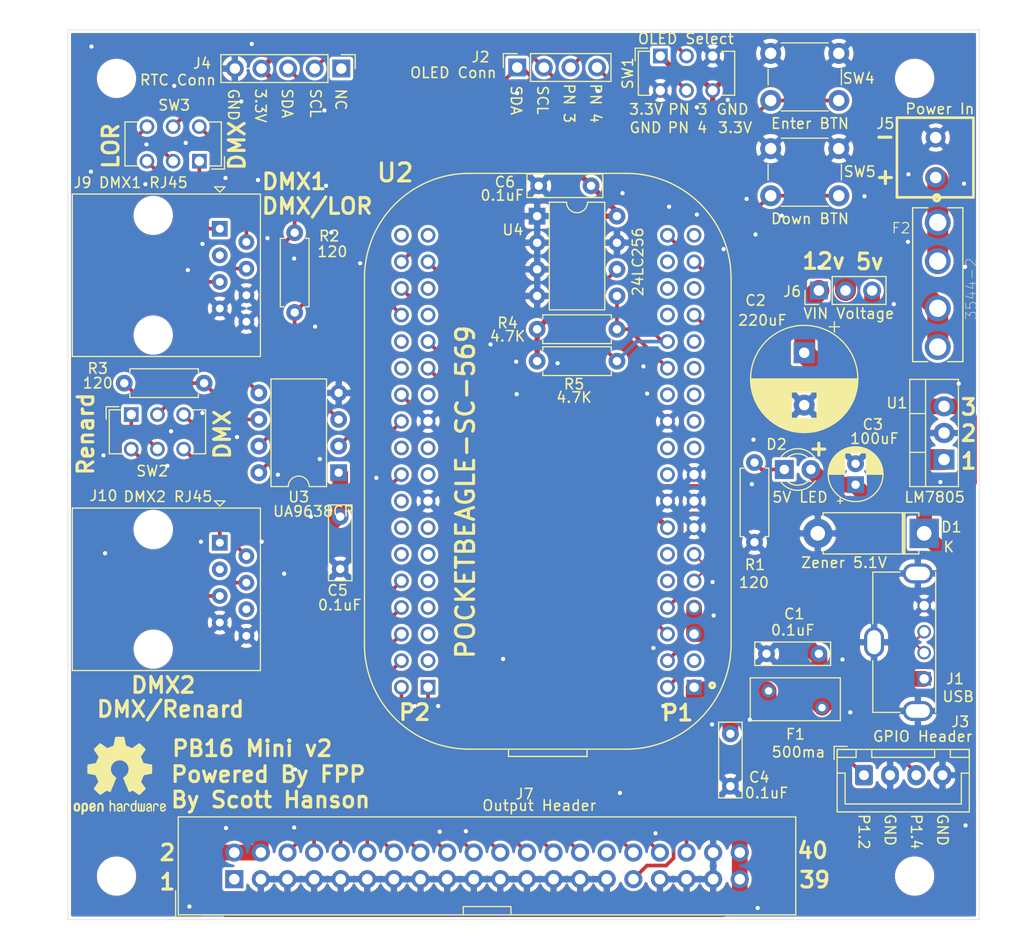
<source format=kicad_pcb>
(kicad_pcb (version 20171130) (host pcbnew "(5.1.4)-1")
  (title_block (title "PB16 Mini") (date 2019-10-20) (rev v2) (company "Scott Hanson"))
  (layers (0 F.Cu signal) (31 B.Cu signal) (34 B.Paste user) (35 F.Paste user) (36 B.SilkS user) (37 F.SilkS user) (38 B.Mask user) (39 F.Mask user) (44 Edge.Cuts user))
  (net 0 "")
  (net 1 GND)
  (net 2 V_USB)
  (net 3 /12V)
  (net 4 +5V)
  (net 5 "Net-(D2-Pad1)")
  (net 6 /VIN)
  (net 7 VIN1)
  (net 8 USB_D+)
  (net 9 USB_D-)
  (net 10 /OLED_Pin_4)
  (net 11 /OLED_Pin_3)
  (net 12 I2C_SCL)
  (net 13 I2C_SDA)
  (net 14 GPIO2)
  (net 15 GPIO1)
  (net 16 +3V3)
  (net 17 "Net-(J4-Pad1)")
  (net 18 OUT16)
  (net 19 OUT15)
  (net 20 OUT14)
  (net 21 OUT13)
  (net 22 "Net-(J7-Pad30)")
  (net 23 OUT12)
  (net 24 OUT11)
  (net 25 OUT10)
  (net 26 OUT9)
  (net 27 OUT8)
  (net 28 OUT7)
  (net 29 OUT6)
  (net 30 OUT5)
  (net 31 OUT4)
  (net 32 OUT3)
  (net 33 OUT2)
  (net 34 OUT1)
  (net 35 "Net-(J7-Pad1)")
  (net 36 /Serial/DMX1-)
  (net 37 /Serial/DMX1+)
  (net 38 /Serial/9V)
  (net 39 "Net-(J10-Pad6)")
  (net 40 /Serial/DMX2+)
  (net 41 /Serial/DMX2-)
  (net 42 "Net-(J10-Pad3)")
  (net 43 /Serial/Pin2)
  (net 44 /Serial/Pin1)
  (net 45 "Net-(U2-PadP2_36)")
  (net 46 "Net-(U2-PadP2_35)")
  (net 47 TXD1)
  (net 48 "Net-(U2-PadP2_31)")
  (net 49 "Net-(U2-PadP2_29)")
  (net 50 "Net-(U2-PadP2_26)")
  (net 51 "Net-(U2-PadP2_23)")
  (net 52 "Net-(U2-PadP2_16)")
  (net 53 "Net-(U2-PadP2_14)")
  (net 54 "Net-(U2-PadP2_13)")
  (net 55 "Net-(U2-PadP2_12)")
  (net 56 TXD2)
  (net 57 "Net-(U2-PadP1_27)")
  (net 58 "Net-(U2-PadP1_25)")
  (net 59 "Net-(U2-PadP1_24)")
  (net 60 "Net-(U2-PadP1_23)")
  (net 61 "Net-(U2-PadP1_21)")
  (net 62 "Net-(U2-PadP1_19)")
  (net 63 "Net-(U2-PadP1_18)")
  (net 64 "Net-(U2-PadP1_10)")
  (net 65 "Net-(U2-PadP1_3)")
  (net 66 "Net-(U2-PadP2_28)")
  (net 67 "Net-(U2-PadP2_20)")
  (net 68 "Net-(U2-PadP2_19)")
  (net 69 "Net-(U2-PadP2_17)")
  (net 70 "Net-(U2-PadP2_11)")
  (net 71 "Net-(U2-PadP2_9)")
  (net 72 "Net-(U2-PadP2_7)")
  (net 73 "Net-(U2-PadP2_5)")
  (net 74 "Net-(U2-PadP2_3)")
  (net 75 "Net-(U2-PadP1_35)")
  (net 76 "Net-(U2-PadP1_34)")
  (net 77 "Net-(U2-PadP1_32)")
  (net 78 "Net-(U2-PadP1_31)")
  (net 79 "Net-(U2-PadP1_30)")
  (net 80 "Net-(U2-PadP1_20)")
  (net 81 "Net-(U2-PadP1_12)")
  (net 82 "Net-(J9-Pad5)")
  (net 83 "Net-(J9-Pad4)")
  (net 84 "Net-(J9-Pad2)")
  (net 85 "Net-(J9-Pad1)")
  (net 86 "Net-(J10-Pad5)")
  (net 87 "Net-(J10-Pad4)")
  (net 88 BTN1)
  (net 89 BTN2)
  (module Connector_PinHeader_2.54mm:PinHeader_1x03_P2.54mm_Vertical (layer F.Cu) (at 234.7 60.9 90)
    (fp_text reference J6 (at -0.1 -2.55 180) (layer F.SilkS))
    (fp_text value "VIN Voltage" (at -2.2 2.85 180) (layer F.SilkS))
    (pad 3 thru_hole oval (at 0 5.08 90) (size 1.7 1.7) (drill 1) (layers *.Cu *.Mask) (net 4 +5V))
    (pad 2 thru_hole oval (at 0 2.54 90) (size 1.7 1.7) (drill 1) (layers *.Cu *.Mask) (net 6 /VIN))
    (pad 1 thru_hole rect (at 0 0 90) (size 1.7 1.7) (drill 1) (layers *.Cu *.Mask) (net 3 /12V))
  )
  (module MKDS1_2-3.81:PHOENIX_MKDS1_2-3.81 (layer F.Cu) (at 245.8 48.2 90)
    (fp_text reference J5 (at 3.25 -4.75 180) (layer F.SilkS) (effects (font (size 1.00179 1.00179))))
    (fp_text value "Power In" (at 4.65 0.45 180) (layer F.SilkS) (effects (font (size 1.00045 1.00045))))
    (pad 2 thru_hole circle (at 1.90444 0.050459 90) (size 1.904 1.904) (drill 1.1) (layers *.Cu *.Mask) (net 1 GND))
    (pad 1 thru_hole circle (at -1.90556 0.050459 90) (size 1.904 1.904) (drill 1.1) (layers *.Cu *.Mask) (net 7 VIN1))
  )
  (module Capacitor_THT:CP_Radial_D5.0mm_P2.00mm (layer F.Cu) (at 238.2 79.45 90)
    (fp_text reference C3 (at 5.75 1.65 180) (layer F.SilkS))
    (fp_text value 100uF (at 4.4 1.8 180) (layer F.SilkS))
    (pad 2 thru_hole circle (at 2 0 90) (size 1.6 1.6) (drill 0.8) (layers *.Cu *.Mask) (net 1 GND))
    (pad 1 thru_hole rect (at 0 0 90) (size 1.6 1.6) (drill 0.8) (layers *.Cu *.Mask) (net 4 +5V))
  )
  (module Package_TO_SOT_THT:TO-220-3_Vertical (layer F.Cu) (at 246.65 77.05 90)
    (fp_text reference U1 (at 5.4 -4.5 180) (layer F.SilkS))
    (fp_text value LM7805 (at -3.6 -0.9 180) (layer F.SilkS))
    (pad 3 thru_hole oval (at 5.08 0 90) (size 1.905 2) (drill 1.1) (layers *.Cu *.Mask) (net 4 +5V))
    (pad 2 thru_hole oval (at 2.54 0 90) (size 1.905 2) (drill 1.1) (layers *.Cu *.Mask) (net 1 GND))
    (pad 1 thru_hole rect (at 0 0 90) (size 1.905 2) (drill 1.1) (layers *.Cu *.Mask) (net 3 /12V))
  )
  (module Button_Switch_THT:SW_PUSH_6mm (layer F.Cu) (at 230.1 47.35)
    (fp_text reference SW5 (at 8.5 2.2) (layer F.SilkS))
    (fp_text value "Down BTN" (at 3.75 6.7) (layer F.SilkS))
    (pad 1 thru_hole circle (at 6.5 0 90) (size 2 2) (drill 1.1) (layers *.Cu *.Mask) (net 1 GND))
    (pad 2 thru_hole circle (at 6.5 4.5 90) (size 2 2) (drill 1.1) (layers *.Cu *.Mask) (net 89 BTN2))
    (pad 1 thru_hole circle (at 0 0 90) (size 2 2) (drill 1.1) (layers *.Cu *.Mask) (net 1 GND))
    (pad 2 thru_hole circle (at 0 4.5 90) (size 2 2) (drill 1.1) (layers *.Cu *.Mask) (net 89 BTN2))
  )
  (module Button_Switch_THT:SW_PUSH_6mm (layer F.Cu) (at 230.1 38.25)
    (fp_text reference SW4 (at 8.406 2.39) (layer F.SilkS))
    (fp_text value "Enter BTN" (at 3.75 6.7) (layer F.SilkS))
    (pad 1 thru_hole circle (at 6.5 0 90) (size 2 2) (drill 1.1) (layers *.Cu *.Mask) (net 1 GND))
    (pad 2 thru_hole circle (at 6.5 4.5 90) (size 2 2) (drill 1.1) (layers *.Cu *.Mask) (net 88 BTN1))
    (pad 1 thru_hole circle (at 0 0 90) (size 2 2) (drill 1.1) (layers *.Cu *.Mask) (net 1 GND))
    (pad 2 thru_hole circle (at 0 4.5 90) (size 2 2) (drill 1.1) (layers *.Cu *.Mask) (net 88 BTN1))
  )
  (module Package_DIP:DIP-8_W7.62mm (layer F.Cu) (at 207.8 53.8)
    (fp_text reference U4 (at -2.314 1.318) (layer F.SilkS))
    (fp_text value 24LC256 (at 9.624 4.366 90) (layer F.SilkS))
    (pad 8 thru_hole oval (at 7.62 0) (size 1.6 1.6) (drill 0.8) (layers *.Cu *.Mask) (net 16 +3V3))
    (pad 4 thru_hole oval (at 0 7.62) (size 1.6 1.6) (drill 0.8) (layers *.Cu *.Mask) (net 1 GND))
    (pad 7 thru_hole oval (at 7.62 2.54) (size 1.6 1.6) (drill 0.8) (layers *.Cu *.Mask) (net 1 GND))
    (pad 3 thru_hole oval (at 0 5.08) (size 1.6 1.6) (drill 0.8) (layers *.Cu *.Mask) (net 1 GND))
    (pad 6 thru_hole oval (at 7.62 5.08) (size 1.6 1.6) (drill 0.8) (layers *.Cu *.Mask) (net 12 I2C_SCL))
    (pad 2 thru_hole oval (at 0 2.54) (size 1.6 1.6) (drill 0.8) (layers *.Cu *.Mask) (net 1 GND))
    (pad 5 thru_hole oval (at 7.62 7.62) (size 1.6 1.6) (drill 0.8) (layers *.Cu *.Mask) (net 13 I2C_SDA))
    (pad 1 thru_hole rect (at 0 0) (size 1.6 1.6) (drill 0.8) (layers *.Cu *.Mask) (net 1 GND))
  )
  (module Resistor_THT:R_Axial_DIN0207_L6.3mm_D2.5mm_P7.62mm_Horizontal (layer F.Cu) (at 207.8 67.65)
    (fp_text reference R5 (at 3.528 2.2) (layer F.SilkS))
    (fp_text value 4.7K (at 3.528 3.47) (layer F.SilkS))
    (pad 2 thru_hole oval (at 7.62 0) (size 1.6 1.6) (drill 0.8) (layers *.Cu *.Mask) (net 12 I2C_SCL))
    (pad 1 thru_hole circle (at 0 0) (size 1.6 1.6) (drill 0.8) (layers *.Cu *.Mask) (net 16 +3V3))
  )
  (module Resistor_THT:R_Axial_DIN0207_L6.3mm_D2.5mm_P7.62mm_Horizontal (layer F.Cu) (at 207.8 64.6)
    (fp_text reference R4 (at -2.822 -0.592) (layer F.SilkS))
    (fp_text value 4.7K (at -2.822 0.678) (layer F.SilkS))
    (pad 2 thru_hole oval (at 7.62 0) (size 1.6 1.6) (drill 0.8) (layers *.Cu *.Mask) (net 13 I2C_SDA))
    (pad 1 thru_hole circle (at 0 0) (size 1.6 1.6) (drill 0.8) (layers *.Cu *.Mask) (net 16 +3V3))
  )
  (module Capacitor_THT:C_Rect_L7.0mm_W2.0mm_P5.00mm (layer F.Cu) (at 207.95 50.9)
    (fp_text reference C6 (at -3.226 -0.354) (layer F.SilkS))
    (fp_text value 0.1uF (at -3.48 0.916) (layer F.SilkS))
    (pad 2 thru_hole circle (at 5 0) (size 1.6 1.6) (drill 0.8) (layers *.Cu *.Mask) (net 16 +3V3))
    (pad 1 thru_hole circle (at 0 0) (size 1.6 1.6) (drill 0.8) (layers *.Cu *.Mask) (net 1 GND))
  )
  (module Button_Switch_THT:SW_CuK_JS202011CQN_DPDT_Straight (layer F.Cu) (at 175.55 48.55 180)
    (fp_text reference SW3 (at 2.4 5.35) (layer F.SilkS))
    (fp_text value DMX_LOR_Select)
    (pad 6 thru_hole circle (at 5 3.3 180) (size 1.4 1.4) (drill 0.9) (layers *.Cu *.Mask) (net 82 "Net-(J9-Pad5)"))
    (pad 5 thru_hole circle (at 2.5 3.3 180) (size 1.4 1.4) (drill 0.9) (layers *.Cu *.Mask) (net 36 /Serial/DMX1-))
    (pad 4 thru_hole circle (at 0 3.3 180) (size 1.4 1.4) (drill 0.9) (layers *.Cu *.Mask) (net 84 "Net-(J9-Pad2)"))
    (pad 3 thru_hole circle (at 5 0 180) (size 1.4 1.4) (drill 0.9) (layers *.Cu *.Mask) (net 83 "Net-(J9-Pad4)"))
    (pad 2 thru_hole circle (at 2.5 0 180) (size 1.4 1.4) (drill 0.9) (layers *.Cu *.Mask) (net 37 /Serial/DMX1+))
    (pad 1 thru_hole rect (at 0 0 180) (size 1.4 1.4) (drill 0.9) (layers *.Cu *.Mask) (net 85 "Net-(J9-Pad1)"))
  )
  (module Symbol:OSHW-Logo2_9.8x8mm_SilkScreen (layer F.Cu) (at 167.95 107.25)
    (fp_text reference REF** hide)
    (fp_text value OSHW-Logo2_9.8x8mm_SilkScreen hide)
  )
  (module MountingHole:MountingHole_3.2mm_M3 (layer F.Cu) (at 243.84 40.64)
    (fp_text reference REF**)
    (fp_text value MountingHole_3.2mm_M3)
    (pad 1 np_thru_hole circle (at 0 0) (size 3.2 3.2) (drill 3.2) (layers *.Cu *.Mask))
  )
  (module MountingHole:MountingHole_3.2mm_M3 (layer F.Cu) (at 167.64 40.64)
    (fp_text reference REF**)
    (fp_text value MountingHole_3.2mm_M3)
    (pad 1 np_thru_hole circle (at 0 0) (size 3.2 3.2) (drill 3.2) (layers *.Cu *.Mask))
  )
  (module MountingHole:MountingHole_3.2mm_M3 (layer F.Cu) (at 243.84 116.84)
    (fp_text reference REF**)
    (fp_text value MountingHole_3.2mm_M3)
    (pad 1 np_thru_hole circle (at 0 0) (size 3.2 3.2) (drill 3.2) (layers *.Cu *.Mask))
  )
  (module MountingHole:MountingHole_3.2mm_M3 (layer F.Cu) (at 167.64 116.84)
    (fp_text reference REF**)
    (fp_text value MountingHole_3.2mm_M3)
    (pad 1 np_thru_hole circle (at 0 0) (size 3.2 3.2) (drill 3.2) (layers *.Cu *.Mask))
  )
  (module LED_THT:LED_D3.0mm (layer F.Cu) (at 231.4 78)
    (fp_text reference D2 (at -0.75 -2.4) (layer F.SilkS))
    (fp_text value "5V LED" (at 1.5 2.65) (layer F.SilkS))
    (pad 2 thru_hole circle (at 2.54 0) (size 1.8 1.8) (drill 0.9) (layers *.Cu *.Mask) (net 4 +5V))
    (pad 1 thru_hole rect (at 0 0) (size 1.8 1.8) (drill 0.9) (layers *.Cu *.Mask) (net 5 "Net-(D2-Pad1)"))
  )
  (module Connector_RJ:RJ45_Amphenol_54602-x08_Horizontal (layer F.Cu) (at 177.5 55 270)
    (fp_text reference J9 (at -4.4 13.1 180) (layer F.SilkS))
    (fp_text value "DMX1 RJ45" (at -4.4 7.3 180) (layer F.SilkS))
    (pad 8 thru_hole circle (at 8.89 -2.54 270) (size 1.5 1.5) (drill 0.76) (layers *.Cu *.Mask) (net 1 GND))
    (pad 7 thru_hole circle (at 7.62 0 270) (size 1.5 1.5) (drill 0.76) (layers *.Cu *.Mask) (net 1 GND))
    (pad 6 thru_hole circle (at 6.35 -2.54 270) (size 1.5 1.5) (drill 0.76) (layers *.Cu *.Mask) (net 1 GND))
    (pad 5 thru_hole circle (at 5.08 0 270) (size 1.5 1.5) (drill 0.76) (layers *.Cu *.Mask) (net 82 "Net-(J9-Pad5)"))
    (pad 4 thru_hole circle (at 3.81 -2.54 270) (size 1.5 1.5) (drill 0.76) (layers *.Cu *.Mask) (net 83 "Net-(J9-Pad4)"))
    (pad 3 thru_hole circle (at 2.54 0 270) (size 1.5 1.5) (drill 0.76) (layers *.Cu *.Mask) (net 38 /Serial/9V))
    (pad 2 thru_hole circle (at 1.27 -2.54 270) (size 1.5 1.5) (drill 0.76) (layers *.Cu *.Mask) (net 84 "Net-(J9-Pad2)"))
    (pad 1 thru_hole rect (at 0 0 270) (size 1.5 1.5) (drill 0.76) (layers *.Cu *.Mask) (net 85 "Net-(J9-Pad1)"))
    (pad "" np_thru_hole circle (at -1.27 6.35 270) (size 3.2 3.2) (drill 3.2) (layers *.Cu *.Mask))
    (pad "" np_thru_hole circle (at 10.16 6.35 270) (size 3.2 3.2) (drill 3.2) (layers *.Cu *.Mask))
  )
  (module Connector_IDC:IDC-Header_2x20_P2.54mm_Vertical (layer F.Cu) (at 178.8846 117.1321 90)
    (fp_text reference J7 (at 8.1321 27.7154 180) (layer F.SilkS))
    (fp_text value "Output Header" (at 7.0321 29.1154 180) (layer F.SilkS))
    (pad 40 thru_hole oval (at 2.54 48.26 90) (size 1.7272 1.7272) (drill 1.016) (layers *.Cu *.Mask) (net 4 +5V))
    (pad 39 thru_hole oval (at 0 48.26 90) (size 1.7272 1.7272) (drill 1.016) (layers *.Cu *.Mask) (net 4 +5V))
    (pad 38 thru_hole oval (at 2.54 45.72 90) (size 1.7272 1.7272) (drill 1.016) (layers *.Cu *.Mask) (net 1 GND))
    (pad 37 thru_hole oval (at 0 45.72 90) (size 1.7272 1.7272) (drill 1.016) (layers *.Cu *.Mask) (net 1 GND))
    (pad 36 thru_hole oval (at 2.54 43.18 90) (size 1.7272 1.7272) (drill 1.016) (layers *.Cu *.Mask) (net 18 OUT16))
    (pad 35 thru_hole oval (at 0 43.18 90) (size 1.7272 1.7272) (drill 1.016) (layers *.Cu *.Mask) (net 1 GND))
    (pad 34 thru_hole oval (at 2.54 40.64 90) (size 1.7272 1.7272) (drill 1.016) (layers *.Cu *.Mask) (net 19 OUT15))
    (pad 33 thru_hole oval (at 0 40.64 90) (size 1.7272 1.7272) (drill 1.016) (layers *.Cu *.Mask) (net 1 GND))
    (pad 32 thru_hole oval (at 2.54 38.1 90) (size 1.7272 1.7272) (drill 1.016) (layers *.Cu *.Mask) (net 20 OUT14))
    (pad 31 thru_hole oval (at 0 38.1 90) (size 1.7272 1.7272) (drill 1.016) (layers *.Cu *.Mask) (net 21 OUT13))
    (pad 30 thru_hole oval (at 2.54 35.56 90) (size 1.7272 1.7272) (drill 1.016) (layers *.Cu *.Mask) (net 22 "Net-(J7-Pad30)"))
    (pad 29 thru_hole oval (at 0 35.56 90) (size 1.7272 1.7272) (drill 1.016) (layers *.Cu *.Mask) (net 1 GND))
    (pad 28 thru_hole oval (at 2.54 33.02 90) (size 1.7272 1.7272) (drill 1.016) (layers *.Cu *.Mask) (net 23 OUT12))
    (pad 27 thru_hole oval (at 0 33.02 90) (size 1.7272 1.7272) (drill 1.016) (layers *.Cu *.Mask) (net 1 GND))
    (pad 26 thru_hole oval (at 2.54 30.48 90) (size 1.7272 1.7272) (drill 1.016) (layers *.Cu *.Mask) (net 24 OUT11))
    (pad 25 thru_hole oval (at 0 30.48 90) (size 1.7272 1.7272) (drill 1.016) (layers *.Cu *.Mask) (net 1 GND))
    (pad 24 thru_hole oval (at 2.54 27.94 90) (size 1.7272 1.7272) (drill 1.016) (layers *.Cu *.Mask) (net 25 OUT10))
    (pad 23 thru_hole oval (at 0 27.94 90) (size 1.7272 1.7272) (drill 1.016) (layers *.Cu *.Mask) (net 1 GND))
    (pad 22 thru_hole oval (at 2.54 25.4 90) (size 1.7272 1.7272) (drill 1.016) (layers *.Cu *.Mask) (net 26 OUT9))
    (pad 21 thru_hole oval (at 0 25.4 90) (size 1.7272 1.7272) (drill 1.016) (layers *.Cu *.Mask) (net 1 GND))
    (pad 20 thru_hole oval (at 2.54 22.86 90) (size 1.7272 1.7272) (drill 1.016) (layers *.Cu *.Mask) (net 27 OUT8))
    (pad 19 thru_hole oval (at 0 22.86 90) (size 1.7272 1.7272) (drill 1.016) (layers *.Cu *.Mask) (net 1 GND))
    (pad 18 thru_hole oval (at 2.54 20.32 90) (size 1.7272 1.7272) (drill 1.016) (layers *.Cu *.Mask) (net 28 OUT7))
    (pad 17 thru_hole oval (at 0 20.32 90) (size 1.7272 1.7272) (drill 1.016) (layers *.Cu *.Mask) (net 1 GND))
    (pad 16 thru_hole oval (at 2.54 17.78 90) (size 1.7272 1.7272) (drill 1.016) (layers *.Cu *.Mask) (net 29 OUT6))
    (pad 15 thru_hole oval (at 0 17.78 90) (size 1.7272 1.7272) (drill 1.016) (layers *.Cu *.Mask) (net 1 GND))
    (pad 14 thru_hole oval (at 2.54 15.24 90) (size 1.7272 1.7272) (drill 1.016) (layers *.Cu *.Mask) (net 30 OUT5))
    (pad 13 thru_hole oval (at 0 15.24 90) (size 1.7272 1.7272) (drill 1.016) (layers *.Cu *.Mask) (net 1 GND))
    (pad 12 thru_hole oval (at 2.54 12.7 90) (size 1.7272 1.7272) (drill 1.016) (layers *.Cu *.Mask) (net 31 OUT4))
    (pad 11 thru_hole oval (at 0 12.7 90) (size 1.7272 1.7272) (drill 1.016) (layers *.Cu *.Mask) (net 1 GND))
    (pad 10 thru_hole oval (at 2.54 10.16 90) (size 1.7272 1.7272) (drill 1.016) (layers *.Cu *.Mask) (net 32 OUT3))
    (pad 9 thru_hole oval (at 0 10.16 90) (size 1.7272 1.7272) (drill 1.016) (layers *.Cu *.Mask) (net 1 GND))
    (pad 8 thru_hole oval (at 2.54 7.62 90) (size 1.7272 1.7272) (drill 1.016) (layers *.Cu *.Mask) (net 33 OUT2))
    (pad 7 thru_hole oval (at 0 7.62 90) (size 1.7272 1.7272) (drill 1.016) (layers *.Cu *.Mask) (net 1 GND))
    (pad 6 thru_hole oval (at 2.54 5.08 90) (size 1.7272 1.7272) (drill 1.016) (layers *.Cu *.Mask) (net 34 OUT1))
    (pad 5 thru_hole oval (at 0 5.08 90) (size 1.7272 1.7272) (drill 1.016) (layers *.Cu *.Mask) (net 1 GND))
    (pad 4 thru_hole oval (at 2.54 2.54 90) (size 1.7272 1.7272) (drill 1.016) (layers *.Cu *.Mask) (net 4 +5V))
    (pad 3 thru_hole oval (at 0 2.54 90) (size 1.7272 1.7272) (drill 1.016) (layers *.Cu *.Mask) (net 1 GND))
    (pad 2 thru_hole oval (at 2.54 0 90) (size 1.7272 1.7272) (drill 1.016) (layers *.Cu *.Mask) (net 4 +5V))
    (pad 1 thru_hole rect (at 0 0 90) (size 1.7272 1.7272) (drill 1.016) (layers *.Cu *.Mask) (net 35 "Net-(J7-Pad1)"))
  )
  (module POCKETBEAGLE:BEAGLE_POCKETBEAGLE-SC-569 (layer F.Cu) (at 208.8147 77.2127 180)
    (fp_text reference U2 (at 14.5647 27.5627) (layer F.SilkS) (effects (font (size 1.72032 1.72032) (thickness 0.3))))
    (fp_text value POCKETBEAGLE-SC-569 (at 7.8647 -2.9373 90) (layer F.SilkS) (effects (font (size 1.72009 1.72009) (thickness 0.3))))
    (pad P2_36 thru_hole circle (at 13.97 21.59 180) (size 1.408 1.408) (drill 0.9) (layers *.Cu *.Mask) (net 45 "Net-(U2-PadP2_36)"))
    (pad P2_35 thru_hole circle (at 11.43 21.59 180) (size 1.408 1.408) (drill 0.9) (layers *.Cu *.Mask) (net 46 "Net-(U2-PadP2_35)"))
    (pad P2_34 thru_hole circle (at 13.97 19.05 180) (size 1.408 1.408) (drill 0.9) (layers *.Cu *.Mask) (net 20 OUT14))
    (pad P2_33 thru_hole circle (at 11.43 19.05 180) (size 1.408 1.408) (drill 0.9) (layers *.Cu *.Mask) (net 23 OUT12))
    (pad P2_32 thru_hole circle (at 13.97 16.51 180) (size 1.408 1.408) (drill 0.9) (layers *.Cu *.Mask) (net 47 TXD1))
    (pad P2_31 thru_hole circle (at 11.43 16.51 180) (size 1.408 1.408) (drill 0.9) (layers *.Cu *.Mask) (net 48 "Net-(U2-PadP2_31)"))
    (pad P2_30 thru_hole circle (at 13.97 13.97 180) (size 1.408 1.408) (drill 0.9) (layers *.Cu *.Mask) (net 19 OUT15))
    (pad P2_29 thru_hole circle (at 11.43 13.97 180) (size 1.408 1.408) (drill 0.9) (layers *.Cu *.Mask) (net 49 "Net-(U2-PadP2_29)"))
    (pad P2_28 thru_hole circle (at 13.97 11.43 180) (size 1.408 1.408) (drill 0.9) (layers *.Cu *.Mask) (net 66 "Net-(U2-PadP2_28)"))
    (pad P2_27 thru_hole circle (at 11.43 11.43 180) (size 1.408 1.408) (drill 0.9) (layers *.Cu *.Mask) (net 24 OUT11))
    (pad P2_26 thru_hole circle (at 13.97 8.89 180) (size 1.408 1.408) (drill 0.9) (layers *.Cu *.Mask) (net 50 "Net-(U2-PadP2_26)"))
    (pad P2_25 thru_hole circle (at 11.43 8.89 180) (size 1.408 1.408) (drill 0.9) (layers *.Cu *.Mask) (net 25 OUT10))
    (pad P2_24 thru_hole circle (at 13.97 6.35 180) (size 1.408 1.408) (drill 0.9) (layers *.Cu *.Mask) (net 26 OUT9))
    (pad P2_23 thru_hole circle (at 11.43 6.35 180) (size 1.408 1.408) (drill 0.9) (layers *.Cu *.Mask) (net 51 "Net-(U2-PadP2_23)"))
    (pad P2_22 thru_hole circle (at 13.97 3.81 180) (size 1.408 1.408) (drill 0.9) (layers *.Cu *.Mask) (net 34 OUT1))
    (pad P2_21 thru_hole circle (at 11.43 3.81 180) (size 1.408 1.408) (drill 0.9) (layers *.Cu *.Mask) (net 1 GND))
    (pad P2_20 thru_hole circle (at 13.97 1.27 180) (size 1.408 1.408) (drill 0.9) (layers *.Cu *.Mask) (net 67 "Net-(U2-PadP2_20)"))
    (pad P2_19 thru_hole circle (at 11.43 1.27 180) (size 1.408 1.408) (drill 0.9) (layers *.Cu *.Mask) (net 68 "Net-(U2-PadP2_19)"))
    (pad P2_18 thru_hole circle (at 13.97 -1.27 180) (size 1.408 1.408) (drill 0.9) (layers *.Cu *.Mask) (net 33 OUT2))
    (pad P2_17 thru_hole circle (at 11.43 -1.27 180) (size 1.408 1.408) (drill 0.9) (layers *.Cu *.Mask) (net 69 "Net-(U2-PadP2_17)"))
    (pad P2_16 thru_hole circle (at 13.97 -3.81 180) (size 1.408 1.408) (drill 0.9) (layers *.Cu *.Mask) (net 52 "Net-(U2-PadP2_16)"))
    (pad P2_15 thru_hole circle (at 11.43 -3.81 180) (size 1.408 1.408) (drill 0.9) (layers *.Cu *.Mask) (net 1 GND))
    (pad P2_14 thru_hole circle (at 13.97 -6.35 180) (size 1.408 1.408) (drill 0.9) (layers *.Cu *.Mask) (net 53 "Net-(U2-PadP2_14)"))
    (pad P2_13 thru_hole circle (at 11.43 -6.35 180) (size 1.408 1.408) (drill 0.9) (layers *.Cu *.Mask) (net 54 "Net-(U2-PadP2_13)"))
    (pad P2_12 thru_hole circle (at 13.97 -8.89 180) (size 1.408 1.408) (drill 0.9) (layers *.Cu *.Mask) (net 55 "Net-(U2-PadP2_12)"))
    (pad P2_11 thru_hole circle (at 11.43 -8.89 180) (size 1.408 1.408) (drill 0.9) (layers *.Cu *.Mask) (net 70 "Net-(U2-PadP2_11)"))
    (pad P2_10 thru_hole circle (at 13.97 -11.43 180) (size 1.408 1.408) (drill 0.9) (layers *.Cu *.Mask) (net 32 OUT3))
    (pad P2_9 thru_hole circle (at 11.43 -11.43 180) (size 1.408 1.408) (drill 0.9) (layers *.Cu *.Mask) (net 71 "Net-(U2-PadP2_9)"))
    (pad P2_8 thru_hole circle (at 13.97 -13.97 180) (size 1.408 1.408) (drill 0.9) (layers *.Cu *.Mask) (net 31 OUT4))
    (pad P2_7 thru_hole circle (at 11.43 -13.97 180) (size 1.408 1.408) (drill 0.9) (layers *.Cu *.Mask) (net 72 "Net-(U2-PadP2_7)"))
    (pad P2_6 thru_hole circle (at 13.97 -16.51 180) (size 1.408 1.408) (drill 0.9) (layers *.Cu *.Mask) (net 30 OUT5))
    (pad P2_5 thru_hole circle (at 11.43 -16.51 180) (size 1.408 1.408) (drill 0.9) (layers *.Cu *.Mask) (net 73 "Net-(U2-PadP2_5)"))
    (pad P2_4 thru_hole circle (at 13.97 -19.05 180) (size 1.408 1.408) (drill 0.9) (layers *.Cu *.Mask) (net 29 OUT6))
    (pad P2_3 thru_hole circle (at 11.43 -19.05 180) (size 1.408 1.408) (drill 0.9) (layers *.Cu *.Mask) (net 74 "Net-(U2-PadP2_3)"))
    (pad P2_2 thru_hole circle (at 13.97 -21.59 180) (size 1.408 1.408) (drill 0.9) (layers *.Cu *.Mask) (net 28 OUT7))
    (pad P2_1 thru_hole rect (at 11.43 -21.59 180) (size 1.408 1.408) (drill 0.9) (layers *.Cu *.Mask) (net 27 OUT8))
    (pad P1_36 thru_hole circle (at -11.43 21.59 180) (size 1.408 1.408) (drill 0.9) (layers *.Cu *.Mask) (net 56 TXD2))
    (pad P1_35 thru_hole circle (at -13.97 21.59 180) (size 1.408 1.408) (drill 0.9) (layers *.Cu *.Mask) (net 75 "Net-(U2-PadP1_35)"))
    (pad P1_34 thru_hole circle (at -11.43 19.05 180) (size 1.408 1.408) (drill 0.9) (layers *.Cu *.Mask) (net 76 "Net-(U2-PadP1_34)"))
    (pad P1_33 thru_hole circle (at -13.97 19.05 180) (size 1.408 1.408) (drill 0.9) (layers *.Cu *.Mask) (net 18 OUT16))
    (pad P1_32 thru_hole circle (at -11.43 16.51 180) (size 1.408 1.408) (drill 0.9) (layers *.Cu *.Mask) (net 77 "Net-(U2-PadP1_32)"))
    (pad P1_31 thru_hole circle (at -13.97 16.51 180) (size 1.408 1.408) (drill 0.9) (layers *.Cu *.Mask) (net 78 "Net-(U2-PadP1_31)"))
    (pad P1_30 thru_hole circle (at -11.43 13.97 180) (size 1.408 1.408) (drill 0.9) (layers *.Cu *.Mask) (net 79 "Net-(U2-PadP1_30)"))
    (pad P1_29 thru_hole circle (at -13.97 13.97 180) (size 1.408 1.408) (drill 0.9) (layers *.Cu *.Mask) (net 21 OUT13))
    (pad P1_28 thru_hole circle (at -11.43 11.43 180) (size 1.408 1.408) (drill 0.9) (layers *.Cu *.Mask) (net 12 I2C_SCL))
    (pad P1_27 thru_hole circle (at -13.97 11.43 180) (size 1.408 1.408) (drill 0.9) (layers *.Cu *.Mask) (net 57 "Net-(U2-PadP1_27)"))
    (pad P1_26 thru_hole circle (at -11.43 8.89 180) (size 1.408 1.408) (drill 0.9) (layers *.Cu *.Mask) (net 13 I2C_SDA))
    (pad P1_25 thru_hole circle (at -13.97 8.89 180) (size 1.408 1.408) (drill 0.9) (layers *.Cu *.Mask) (net 58 "Net-(U2-PadP1_25)"))
    (pad P1_24 thru_hole circle (at -11.43 6.35 180) (size 1.408 1.408) (drill 0.9) (layers *.Cu *.Mask) (net 59 "Net-(U2-PadP1_24)"))
    (pad P1_23 thru_hole circle (at -13.97 6.35 180) (size 1.408 1.408) (drill 0.9) (layers *.Cu *.Mask) (net 60 "Net-(U2-PadP1_23)"))
    (pad P1_22 thru_hole circle (at -11.43 3.81 180) (size 1.408 1.408) (drill 0.9) (layers *.Cu *.Mask) (net 1 GND))
    (pad P1_21 thru_hole circle (at -13.97 3.81 180) (size 1.408 1.408) (drill 0.9) (layers *.Cu *.Mask) (net 61 "Net-(U2-PadP1_21)"))
    (pad P1_20 thru_hole circle (at -11.43 1.27 180) (size 1.408 1.408) (drill 0.9) (layers *.Cu *.Mask) (net 80 "Net-(U2-PadP1_20)"))
    (pad P1_19 thru_hole circle (at -13.97 1.27 180) (size 1.408 1.408) (drill 0.9) (layers *.Cu *.Mask) (net 62 "Net-(U2-PadP1_19)"))
    (pad P1_18 thru_hole circle (at -11.43 -1.27 180) (size 1.408 1.408) (drill 0.9) (layers *.Cu *.Mask) (net 63 "Net-(U2-PadP1_18)"))
    (pad P1_17 thru_hole circle (at -13.97 -1.27 180) (size 1.408 1.408) (drill 0.9) (layers *.Cu *.Mask) (net 1 GND))
    (pad P1_16 thru_hole circle (at -11.43 -3.81 180) (size 1.408 1.408) (drill 0.9) (layers *.Cu *.Mask) (net 1 GND))
    (pad P1_15 thru_hole circle (at -13.97 -3.81 180) (size 1.408 1.408) (drill 0.9) (layers *.Cu *.Mask) (net 1 GND))
    (pad P1_14 thru_hole circle (at -11.43 -6.35 180) (size 1.408 1.408) (drill 0.9) (layers *.Cu *.Mask) (net 16 +3V3))
    (pad P1_13 thru_hole circle (at -13.97 -6.35 180) (size 1.408 1.408) (drill 0.9) (layers *.Cu *.Mask) (net 1 GND))
    (pad P1_12 thru_hole circle (at -11.43 -8.89 180) (size 1.408 1.408) (drill 0.9) (layers *.Cu *.Mask) (net 81 "Net-(U2-PadP1_12)"))
    (pad P1_11 thru_hole circle (at -13.97 -8.89 180) (size 1.408 1.408) (drill 0.9) (layers *.Cu *.Mask) (net 8 USB_D+))
    (pad P1_10 thru_hole circle (at -11.43 -11.43 180) (size 1.408 1.408) (drill 0.9) (layers *.Cu *.Mask) (net 64 "Net-(U2-PadP1_10)"))
    (pad P1_9 thru_hole circle (at -13.97 -11.43 180) (size 1.408 1.408) (drill 0.9) (layers *.Cu *.Mask) (net 9 USB_D-))
    (pad P1_8 thru_hole circle (at -11.43 -13.97 180) (size 1.408 1.408) (drill 0.9) (layers *.Cu *.Mask) (net 89 BTN2))
    (pad P1_7 thru_hole circle (at -13.97 -13.97 180) (size 1.408 1.408) (drill 0.9) (layers *.Cu *.Mask) (net 2 V_USB))
    (pad P1_6 thru_hole circle (at -11.43 -16.51 180) (size 1.408 1.408) (drill 0.9) (layers *.Cu *.Mask) (net 88 BTN1))
    (pad P1_5 thru_hole circle (at -13.97 -16.51 180) (size 1.408 1.408) (drill 0.9) (layers *.Cu *.Mask) (net 2 V_USB))
    (pad P1_4 thru_hole circle (at -11.43 -19.05 180) (size 1.408 1.408) (drill 0.9) (layers *.Cu *.Mask) (net 14 GPIO2))
    (pad P1_3 thru_hole circle (at -13.97 -19.05 180) (size 1.408 1.408) (drill 0.9) (layers *.Cu *.Mask) (net 65 "Net-(U2-PadP1_3)"))
    (pad P1_2 thru_hole circle (at -11.43 -21.59 180) (size 1.408 1.408) (drill 0.9) (layers *.Cu *.Mask) (net 15 GPIO1))
    (pad P1_1 thru_hole rect (at -13.97 -21.59 180) (size 1.408 1.408) (drill 0.9) (layers *.Cu *.Mask) (net 4 +5V))
  )
  (module Package_DIP:DIP-8_W7.62mm (layer F.Cu) (at 188.85 78.3 180)
    (fp_text reference U3 (at 3.81 -2.33) (layer F.SilkS))
    (fp_text value UA9638CP (at 2.4 -3.7) (layer F.SilkS))
    (pad 8 thru_hole oval (at 7.62 0 180) (size 1.6 1.6) (drill 0.8) (layers *.Cu *.Mask) (net 37 /Serial/DMX1+))
    (pad 4 thru_hole oval (at 0 7.62 180) (size 1.6 1.6) (drill 0.8) (layers *.Cu *.Mask) (net 1 GND))
    (pad 7 thru_hole oval (at 7.62 2.54 180) (size 1.6 1.6) (drill 0.8) (layers *.Cu *.Mask) (net 36 /Serial/DMX1-))
    (pad 3 thru_hole oval (at 0 5.08 180) (size 1.6 1.6) (drill 0.8) (layers *.Cu *.Mask) (net 56 TXD2))
    (pad 6 thru_hole oval (at 7.62 5.08 180) (size 1.6 1.6) (drill 0.8) (layers *.Cu *.Mask) (net 40 /Serial/DMX2+))
    (pad 2 thru_hole oval (at 0 2.54 180) (size 1.6 1.6) (drill 0.8) (layers *.Cu *.Mask) (net 47 TXD1))
    (pad 5 thru_hole oval (at 7.62 7.62 180) (size 1.6 1.6) (drill 0.8) (layers *.Cu *.Mask) (net 41 /Serial/DMX2-))
    (pad 1 thru_hole rect (at 0 0 180) (size 1.6 1.6) (drill 0.8) (layers *.Cu *.Mask) (net 4 +5V))
  )
  (module Button_Switch_THT:SW_CuK_JS202011CQN_DPDT_Straight (layer F.Cu) (at 169.05 72.75)
    (fp_text reference SW2 (at 2 5.4) (layer F.SilkS))
    (fp_text value DMX_Renard_Select)
    (pad 6 thru_hole circle (at 5 3.3) (size 1.4 1.4) (drill 0.9) (layers *.Cu *.Mask) (net 44 /Serial/Pin1))
    (pad 5 thru_hole circle (at 2.5 3.3) (size 1.4 1.4) (drill 0.9) (layers *.Cu *.Mask) (net 41 /Serial/DMX2-))
    (pad 4 thru_hole circle (at 0 3.3) (size 1.4 1.4) (drill 0.9) (layers *.Cu *.Mask) (net 87 "Net-(J10-Pad4)"))
    (pad 3 thru_hole circle (at 5 0) (size 1.4 1.4) (drill 0.9) (layers *.Cu *.Mask) (net 43 /Serial/Pin2))
    (pad 2 thru_hole circle (at 2.5 0) (size 1.4 1.4) (drill 0.9) (layers *.Cu *.Mask) (net 40 /Serial/DMX2+))
    (pad 1 thru_hole rect (at 0 0) (size 1.4 1.4) (drill 0.9) (layers *.Cu *.Mask) (net 86 "Net-(J10-Pad5)"))
  )
  (module Button_Switch_THT:SW_CuK_JS202011CQN_DPDT_Straight (layer F.Cu) (at 219.56 38.5)
    (fp_text reference SW1 (at -3.11 1.65 90) (layer F.SilkS))
    (fp_text value "OLED Select" (at 2.44 -1.65) (layer F.SilkS))
    (pad 6 thru_hole circle (at 5 3.3) (size 1.4 1.4) (drill 0.9) (layers *.Cu *.Mask) (net 16 +3V3))
    (pad 5 thru_hole circle (at 2.5 3.3) (size 1.4 1.4) (drill 0.9) (layers *.Cu *.Mask) (net 10 /OLED_Pin_4))
    (pad 4 thru_hole circle (at 0 3.3) (size 1.4 1.4) (drill 0.9) (layers *.Cu *.Mask) (net 1 GND))
    (pad 3 thru_hole circle (at 5 0) (size 1.4 1.4) (drill 0.9) (layers *.Cu *.Mask) (net 1 GND))
    (pad 2 thru_hole circle (at 2.5 0) (size 1.4 1.4) (drill 0.9) (layers *.Cu *.Mask) (net 11 /OLED_Pin_3))
    (pad 1 thru_hole rect (at 0 0) (size 1.4 1.4) (drill 0.9) (layers *.Cu *.Mask) (net 16 +3V3))
  )
  (module Resistor_THT:R_Axial_DIN0207_L6.3mm_D2.5mm_P7.62mm_Horizontal (layer F.Cu) (at 176 69.75 180)
    (fp_text reference R3 (at 10.15 1.4) (layer F.SilkS))
    (fp_text value 120 (at 10.15 0 180) (layer F.SilkS))
    (pad 2 thru_hole oval (at 7.62 0 180) (size 1.6 1.6) (drill 0.8) (layers *.Cu *.Mask) (net 41 /Serial/DMX2-))
    (pad 1 thru_hole circle (at 0 0 180) (size 1.6 1.6) (drill 0.8) (layers *.Cu *.Mask) (net 40 /Serial/DMX2+))
  )
  (module Resistor_THT:R_Axial_DIN0207_L6.3mm_D2.5mm_P7.62mm_Horizontal (layer F.Cu) (at 184.65 63 90)
    (fp_text reference R2 (at 7.3 3.3 180) (layer F.SilkS))
    (fp_text value 120 (at 5.8 3.6 180) (layer F.SilkS))
    (pad 2 thru_hole oval (at 7.62 0 90) (size 1.6 1.6) (drill 0.8) (layers *.Cu *.Mask) (net 36 /Serial/DMX1-))
    (pad 1 thru_hole circle (at 0 0 90) (size 1.6 1.6) (drill 0.8) (layers *.Cu *.Mask) (net 37 /Serial/DMX1+))
  )
  (module Resistor_THT:R_Axial_DIN0207_L6.3mm_D2.5mm_P7.62mm_Horizontal (layer F.Cu) (at 228.55 84.95 90)
    (fp_text reference R1 (at -2.15 0.05 180) (layer F.SilkS))
    (fp_text value 120 (at -3.85 -0.05 180) (layer F.SilkS))
    (pad 2 thru_hole oval (at 7.62 0 90) (size 1.6 1.6) (drill 0.8) (layers *.Cu *.Mask) (net 5 "Net-(D2-Pad1)"))
    (pad 1 thru_hole circle (at 0 0 90) (size 1.6 1.6) (drill 0.8) (layers *.Cu *.Mask) (net 1 GND))
  )
  (module Connector_RJ:RJ45_Amphenol_54602-x08_Horizontal (layer F.Cu) (at 177.5 85 270)
    (fp_text reference J10 (at -4.5 11.1 180) (layer F.SilkS))
    (fp_text value "DMX2 RJ45" (at -4.4 4.95) (layer F.SilkS))
    (pad 8 thru_hole circle (at 8.89 -2.54 270) (size 1.5 1.5) (drill 0.76) (layers *.Cu *.Mask) (net 1 GND))
    (pad 7 thru_hole circle (at 7.62 0 270) (size 1.5 1.5) (drill 0.76) (layers *.Cu *.Mask) (net 1 GND))
    (pad 6 thru_hole circle (at 6.35 -2.54 270) (size 1.5 1.5) (drill 0.76) (layers *.Cu *.Mask) (net 39 "Net-(J10-Pad6)"))
    (pad 5 thru_hole circle (at 5.08 0 270) (size 1.5 1.5) (drill 0.76) (layers *.Cu *.Mask) (net 86 "Net-(J10-Pad5)"))
    (pad 4 thru_hole circle (at 3.81 -2.54 270) (size 1.5 1.5) (drill 0.76) (layers *.Cu *.Mask) (net 87 "Net-(J10-Pad4)"))
    (pad 3 thru_hole circle (at 2.54 0 270) (size 1.5 1.5) (drill 0.76) (layers *.Cu *.Mask) (net 42 "Net-(J10-Pad3)"))
    (pad 2 thru_hole circle (at 1.27 -2.54 270) (size 1.5 1.5) (drill 0.76) (layers *.Cu *.Mask) (net 43 /Serial/Pin2))
    (pad 1 thru_hole rect (at 0 0 270) (size 1.5 1.5) (drill 0.76) (layers *.Cu *.Mask) (net 44 /Serial/Pin1))
    (pad "" np_thru_hole circle (at -1.27 6.35 270) (size 3.2 3.2) (drill 3.2) (layers *.Cu *.Mask))
    (pad "" np_thru_hole circle (at 10.16 6.35 270) (size 3.2 3.2) (drill 3.2) (layers *.Cu *.Mask))
  )
  (module Connector_PinHeader_2.54mm:PinHeader_1x05_P2.54mm_Vertical (layer F.Cu) (at 189.1 39.7 270)
    (fp_text reference J4 (at -0.5 13.3 180) (layer F.SilkS))
    (fp_text value "RTC Conn" (at 1.1 15.6 180) (layer F.SilkS))
    (pad 5 thru_hole oval (at 0 10.16 270) (size 1.7 1.7) (drill 1) (layers *.Cu *.Mask) (net 1 GND))
    (pad 4 thru_hole oval (at 0 7.62 270) (size 1.7 1.7) (drill 1) (layers *.Cu *.Mask) (net 16 +3V3))
    (pad 3 thru_hole oval (at 0 5.08 270) (size 1.7 1.7) (drill 1) (layers *.Cu *.Mask) (net 13 I2C_SDA))
    (pad 2 thru_hole oval (at 0 2.54 270) (size 1.7 1.7) (drill 1) (layers *.Cu *.Mask) (net 12 I2C_SCL))
    (pad 1 thru_hole rect (at 0 0 270) (size 1.7 1.7) (drill 1) (layers *.Cu *.Mask) (net 17 "Net-(J4-Pad1)"))
  )
  (module Connector_JST:JST_XH_B4B-XH-A_1x04_P2.50mm_Vertical (layer F.Cu) (at 239 107.2)
    (fp_text reference J3 (at 9.2 -5.1) (layer F.SilkS))
    (fp_text value "GPIO Header" (at 5.6 -3.7) (layer F.SilkS))
    (pad 4 thru_hole oval (at 7.5 0) (size 1.7 1.95) (drill 0.95) (layers *.Cu *.Mask) (net 1 GND))
    (pad 3 thru_hole oval (at 5 0) (size 1.7 1.95) (drill 0.95) (layers *.Cu *.Mask) (net 14 GPIO2))
    (pad 2 thru_hole oval (at 2.5 0) (size 1.7 1.95) (drill 0.95) (layers *.Cu *.Mask) (net 1 GND))
    (pad 1 thru_hole roundrect (at 0 0) (size 1.7 1.95) (drill 0.95) (layers *.Cu *.Mask) (roundrect_rratio 0.147059) (net 15 GPIO1))
  )
  (module Connector_PinSocket_2.54mm:PinSocket_1x04_P2.54mm_Vertical (layer F.Cu) (at 205.9 39.6 90)
    (fp_text reference J2 (at 1 -3.5 180) (layer F.SilkS))
    (fp_text value "OLED Conn" (at -0.5 -6.1 180) (layer F.SilkS))
    (pad 4 thru_hole oval (at 0 7.62 90) (size 1.7 1.7) (drill 1) (layers *.Cu *.Mask) (net 10 /OLED_Pin_4))
    (pad 3 thru_hole oval (at 0 5.08 90) (size 1.7 1.7) (drill 1) (layers *.Cu *.Mask) (net 11 /OLED_Pin_3))
    (pad 2 thru_hole oval (at 0 2.54 90) (size 1.7 1.7) (drill 1) (layers *.Cu *.Mask) (net 12 I2C_SCL))
    (pad 1 thru_hole rect (at 0 0 90) (size 1.7 1.7) (drill 1) (layers *.Cu *.Mask) (net 13 I2C_SDA))
  )
  (module Connector_USB:USB_A_Molex_105057_Vertical (layer F.Cu) (at 244.75 98 90)
    (fp_text reference J1 (at 0 2.95 180) (layer F.SilkS))
    (fp_text value USB (at -1.7 3.25 180) (layer F.SilkS))
    (pad 5 thru_hole oval (at 3.5 -4.78 180) (size 1.9 2.9) (drill oval 1.3 2.3) (layers *.Cu *.Mask) (net 1 GND))
    (pad 5 thru_hole oval (at 10.07 -0.6 90) (size 1.9 2.9) (drill oval 1.3 2.3) (layers *.Cu *.Mask) (net 1 GND))
    (pad 5 thru_hole oval (at -3.07 -0.6 270) (size 1.9 2.9) (drill oval 1.3 2.3) (layers *.Cu *.Mask) (net 1 GND))
    (pad 4 thru_hole circle (at 7 0 90) (size 1.3 1.3) (drill 0.9) (layers *.Cu *.Mask) (net 1 GND))
    (pad 3 thru_hole circle (at 4.5 0 90) (size 1.3 1.3) (drill 0.9) (layers *.Cu *.Mask) (net 8 USB_D+))
    (pad 2 thru_hole circle (at 2.5 0 90) (size 1.3 1.3) (drill 0.9) (layers *.Cu *.Mask) (net 9 USB_D-))
    (pad 1 thru_hole rect (at 0 0 90) (size 1.3 1.3) (drill 0.9) (layers *.Cu *.Mask) (net 2 V_USB))
  )
  (module Keystone_Fuse:FUSE_3544-2 (layer F.Cu) (at 246.05 60.35 270)
    (fp_text reference F2 (at -5.4 3.5 180) (layer F.SilkS) (effects (font (thickness 0.1))))
    (fp_text value 3544-2 (at 0.4 -3.2 90) (layer F.SilkS) (effects (font (thickness 0.05))))
    (pad 2_2 thru_hole circle (at 5.95 0 270) (size 2.475 2.475) (drill 1.65) (layers *.Cu *.Mask) (net 6 /VIN))
    (pad 1_1 thru_hole circle (at -5.95 0 270) (size 2.475 2.475) (drill 1.65) (layers *.Cu *.Mask) (net 7 VIN1))
    (pad 2_1 thru_hole circle (at 2.25 0 270) (size 2.475 2.475) (drill 1.65) (layers *.Cu *.Mask) (net 6 /VIN))
    (pad 1_2 thru_hole circle (at -2.25 0 270) (size 2.475 2.475) (drill 1.65) (layers *.Cu *.Mask) (net 7 VIN1))
  )
  (module Fuse:Fuse_BelFuse_0ZRE0005FF_L8.3mm_W3.8mm (layer F.Cu) (at 235 100.75 180)
    (fp_text reference F1 (at 2.54 -2.54) (layer F.SilkS))
    (fp_text value 500ma (at 2.25 -4.25) (layer F.SilkS))
    (pad 1 thru_hole circle (at 0 0 180) (size 1.27 1.27) (drill 0.71) (layers *.Cu *.Mask) (net 2 V_USB))
    (pad 2 thru_hole circle (at 5.1 1.6 180) (size 1.27 1.27) (drill 0.71) (layers *.Cu *.Mask) (net 4 +5V))
  )
  (module Diode_THT:D_5W_P10.16mm_Horizontal (layer F.Cu) (at 244.75 84.1 180)
    (fp_text reference D1 (at -2.6 0.6) (layer F.SilkS))
    (fp_text value "Zener 5.1V" (at 7.65 -2.8) (layer F.SilkS))
    (fp_text user K (at -2.35 -1.3) (layer F.SilkS))
    (pad 2 thru_hole oval (at 10.16 0 180) (size 2.8 2.8) (drill 1.4) (layers *.Cu *.Mask) (net 1 GND))
    (pad 1 thru_hole rect (at 0 0 180) (size 2.8 2.8) (drill 1.4) (layers *.Cu *.Mask) (net 4 +5V))
  )
  (module Capacitor_THT:C_Rect_L7.0mm_W2.0mm_P5.00mm (layer F.Cu) (at 189 82.5 270)
    (fp_text reference C5 (at 7.05 0.25 180) (layer F.SilkS))
    (fp_text value 0.1uF (at 8.45 0.05 180) (layer F.SilkS))
    (pad 2 thru_hole circle (at 5 0 270) (size 1.6 1.6) (drill 0.8) (layers *.Cu *.Mask) (net 1 GND))
    (pad 1 thru_hole circle (at 0 0 270) (size 1.6 1.6) (drill 0.8) (layers *.Cu *.Mask) (net 4 +5V))
  )
  (module Capacitor_THT:C_Rect_L7.0mm_W2.0mm_P5.00mm (layer F.Cu) (at 226.25 103.25 270)
    (fp_text reference C4 (at 4.15 -2.75 180) (layer F.SilkS))
    (fp_text value 0.1uF (at 5.65 -3.45 180) (layer F.SilkS))
    (pad 2 thru_hole circle (at 5 0 270) (size 1.6 1.6) (drill 0.8) (layers *.Cu *.Mask) (net 1 GND))
    (pad 1 thru_hole circle (at 0 0 270) (size 1.6 1.6) (drill 0.8) (layers *.Cu *.Mask) (net 4 +5V))
  )
  (module Capacitor_THT:CP_Radial_D10.0mm_P5.00mm (layer F.Cu) (at 233.3 66.85 270)
    (fp_text reference C2 (at -5 4.65 180) (layer F.SilkS))
    (fp_text value 220uF (at -3.1 4 180) (layer F.SilkS))
    (pad 2 thru_hole circle (at 5 0 270) (size 2 2) (drill 1) (layers *.Cu *.Mask) (net 1 GND))
    (pad 1 thru_hole rect (at 0 0 270) (size 2 2) (drill 1) (layers *.Cu *.Mask) (net 3 /12V))
  )
  (module Capacitor_THT:C_Rect_L7.0mm_W2.0mm_P5.00mm (layer F.Cu) (at 234.7 95.6 180)
    (fp_text reference C1 (at 2.35 3.8) (layer F.SilkS))
    (fp_text value 0.1uF (at 2.5 2.25) (layer F.SilkS))
    (pad 2 thru_hole circle (at 5 0 180) (size 1.6 1.6) (drill 0.8) (layers *.Cu *.Mask) (net 1 GND))
    (pad 1 thru_hole circle (at 0 0 180) (size 1.6 1.6) (drill 0.8) (layers *.Cu *.Mask) (net 2 V_USB))
  )
  (gr_text + (at 234.696 75.946) (layer F.SilkS) (effects (font (size 1.5 1.5) (thickness 0.3))))
  (gr_text LOR (at 167.1 47.1 90) (layer F.SilkS) (effects (font (size 1.5 1.5) (thickness 0.3))))
  (gr_text DMX (at 179.15 47.05 90) (layer F.SilkS) (effects (font (size 1.5 1.5) (thickness 0.3))))
  (gr_text P2 (at 196.1 101.2) (layer F.SilkS) (effects (font (size 1.5 1.5) (thickness 0.3))))
  (gr_text P1 (at 221.2 101.25) (layer F.SilkS) (effects (font (size 1.5 1.5) (thickness 0.3))))
  (gr_text SDA (at 205.7898 42.733953 270) (layer F.SilkS) (effects (font (size 1 1))))
  (gr_text "PN 3" (at 210.8498 43.0254 270) (layer F.SilkS) (effects (font (size 1 1))))
  (gr_text SCL (at 208.3198 42.710143 270) (layer F.SilkS) (effects (font (size 1 1))))
  (gr_text "PN 4" (at 213.3898 43.0254 270) (layer F.SilkS) (effects (font (size 1 1))))
  (gr_text GND (at 226.45 43.6) (layer F.SilkS) (effects (font (size 1 1))))
  (gr_text "PN 4" (at 222.15 45.35) (layer F.SilkS) (effects (font (size 1 1))))
  (gr_text 3.3V (at 218.2 43.6) (layer F.SilkS) (effects (font (size 1 1))))
  (gr_text "PN 3" (at 222.2 43.6) (layer F.SilkS) (effects (font (size 1 1))))
  (gr_text 3.3V (at 226.7 45.35) (layer F.SilkS) (effects (font (size 1 1))))
  (gr_text GND (at 218.15 45.35) (layer F.SilkS) (effects (font (size 1 1))))
  (gr_text DMX2 (at 172.1 98.6) (layer F.SilkS) (effects (font (size 1.5 1.5) (thickness 0.3))))
  (gr_text DMX1 (at 184.6 50.5) (layer F.SilkS) (effects (font (size 1.5 1.5) (thickness 0.3))))
  (gr_text NC (at 189.0464 42.6526 270) (layer F.SilkS) (effects (font (size 1 1))))
  (gr_text GND (at 178.8064 43.1526 270) (layer F.SilkS) (effects (font (size 1 1))))
  (gr_text SDA (at 183.9264 43.033553 270) (layer F.SilkS) (effects (font (size 1 1))))
  (gr_text SCL (at 186.6364 43.009743 270) (layer F.SilkS) (effects (font (size 1 1))))
  (gr_text 3.3V (at 181.3864 43.247838 270) (layer F.SilkS) (effects (font (size 1 1))))
  (gr_text "Powered By FPP" (at 182.135715 107.125) (layer F.SilkS) (effects (font (size 1.5 1.5) (thickness 0.3))))
  (gr_text "By Scott Hanson" (at 182.35 109.55) (layer F.SilkS) (effects (font (size 1.5 1.5) (thickness 0.3))))
  (gr_text "PB16 Mini v2" (at 180.6 104.65) (layer F.SilkS) (effects (font (size 1.5 1.5) (thickness 0.3))))
  (gr_line (start 200.75 119.75) (end 200.75 120.5) (layer F.SilkS) (width 0.12))
  (gr_line (start 205.3 119.75) (end 200.75 119.75) (layer F.SilkS) (width 0.12))
  (gr_line (start 205.3 120.5) (end 205.3 119.75) (layer F.SilkS) (width 0.12))
  (gr_text GND (at 241.5 112.433333 270) (layer F.SilkS) (effects (font (size 1 1))))
  (gr_text GND (at 246.5 112.433333 270) (layer F.SilkS) (effects (font (size 1 1))))
  (gr_text P1.4 (at 244 112.6 270) (layer F.SilkS) (effects (font (size 1 1))))
  (gr_text P1.2 (at 239 112.6 270) (layer F.SilkS) (effects (font (size 1 1))))
  (gr_text DMX/Renard (at 172.8 100.9) (layer F.SilkS) (effects (font (size 1.5 1.5) (thickness 0.3))))
  (gr_text DMX/LOR (at 186.8 52.85) (layer F.SilkS) (effects (font (size 1.5 1.5) (thickness 0.3))))
  (gr_text Renard (at 164.7 74.6 90) (layer F.SilkS) (effects (font (size 1.5 1.5) (thickness 0.3))))
  (gr_text DMX (at 177.75 74.65 90) (layer F.SilkS) (effects (font (size 1.5 1.5) (thickness 0.3))))
  (gr_text 39 (at 234.3 117.2) (layer F.SilkS) (effects (font (size 1.5 1.5) (thickness 0.3))))
  (gr_text 40 (at 234.1 114.4) (layer F.SilkS) (effects (font (size 1.5 1.5) (thickness 0.3))))
  (gr_text 2 (at 172.5 114.6) (layer F.SilkS) (effects (font (size 1.5 1.5) (thickness 0.3))))
  (gr_text 1 (at 172.5 117.4) (layer F.SilkS) (effects (font (size 1.5 1.5) (thickness 0.3))))
  (gr_text 3 (at 249 72.05) (layer F.SilkS) (effects (font (size 1.5 1.5) (thickness 0.3))))
  (gr_text 2 (at 249 74.55) (layer F.SilkS) (effects (font (size 1.5 1.5) (thickness 0.3))))
  (gr_text 1 (at 249 77.2) (layer F.SilkS) (effects (font (size 1.5 1.5) (thickness 0.3))))
  (gr_text 12v (at 235.15 58.1) (layer F.SilkS) (effects (font (size 1.5 1.5) (thickness 0.3))))
  (gr_text 5v (at 239.55 58.15) (layer F.SilkS) (effects (font (size 1.5 1.5) (thickness 0.3))))
  (gr_text - (at 241 46.15) (layer F.SilkS) (effects (font (size 1.5 1.5) (thickness 0.3))))
  (gr_text + (at 241.05 50) (layer F.SilkS) (effects (font (size 1.5 1.5) (thickness 0.3))))
  (gr_line (start 250 36) (end 250 121) (layer Edge.Cuts) (width 0.05))
  (gr_line (start 163 36) (end 250 36) (layer Edge.Cuts) (width 0.05))
  (gr_line (start 163 121) (end 163 36) (layer Edge.Cuts) (width 0.05))
  (gr_line (start 250 121) (end 163 121) (layer Edge.Cuts) (width 0.05))
  (via (at 215.95 51.6) (size 0.8) (drill 0.4) (layers F.Cu B.Cu) (net 1))
  (via (at 188.15 55.35) (size 0.8) (drill 0.4) (layers F.Cu B.Cu) (net 1))
  (via (at 215.7 108.9) (size 0.8) (drill 0.4) (layers F.Cu B.Cu) (net 1))
  (via (at 190.9 58.3) (size 0.8) (drill 0.4) (layers F.Cu B.Cu) (net 1))
  (via (at 204.55 96.1) (size 0.8) (drill 0.4) (layers F.Cu B.Cu) (net 1))
  (via (at 184.6 112.2) (size 0.8) (drill 0.4) (layers F.Cu B.Cu) (net 1))
  (via (at 201 112.55) (size 0.8) (drill 0.4) (layers F.Cu B.Cu) (net 1))
  (via (at 198.5 112.6) (size 0.8) (drill 0.4) (layers F.Cu B.Cu) (net 1))
  (via (at 196.1 100.6) (size 0.8) (drill 0.4) (layers F.Cu B.Cu) (net 1))
  (via (at 198.35 100.6) (size 0.8) (drill 0.4) (layers F.Cu B.Cu) (net 1))
  (via (at 192.45 78.8) (size 0.8) (drill 0.4) (layers F.Cu B.Cu) (net 1))
  (via (at 213.6 41.85) (size 0.8) (drill 0.4) (layers F.Cu B.Cu) (net 1))
  (via (at 223.05 53.65) (size 0.8) (drill 0.4) (layers F.Cu B.Cu) (net 1))
  (via (at 220.4 52.9) (size 0.8) (drill 0.4) (layers F.Cu B.Cu) (net 1))
  (via (at 205.9 42.05) (size 0.8) (drill 0.4) (layers F.Cu B.Cu) (net 1))
  (via (at 180.55 37.35) (size 0.8) (drill 0.4) (layers F.Cu B.Cu) (net 1))
  (via (at 165.25 37.6) (size 0.8) (drill 0.4) (layers F.Cu B.Cu) (net 1))
  (via (at 165.2 49.55) (size 0.8) (drill 0.4) (layers F.Cu B.Cu) (net 1))
  (via (at 179.15 74.9) (size 0.8) (drill 0.4) (layers F.Cu B.Cu) (net 1))
  (via (at 224.55 88.75) (size 0.8) (drill 0.4) (layers F.Cu B.Cu) (net 1))
  (via (at 219.85 100.6) (size 0.8) (drill 0.4) (layers F.Cu B.Cu) (net 1))
  (via (at 203.35 66.05) (size 0.8) (drill 0.4) (layers F.Cu B.Cu) (net 1))
  (via (at 183.65 87.95) (size 0.8) (drill 0.4) (layers F.Cu B.Cu) (net 1))
  (via (at 174.25 46.8) (size 0.8) (drill 0.4) (layers F.Cu B.Cu) (net 1))
  (via (at 170.4 50.75) (size 0.8) (drill 0.4) (layers F.Cu B.Cu) (net 1))
  (via (at 170.5 46.95) (size 0.8) (drill 0.4) (layers F.Cu B.Cu) (net 1))
  (via (at 178.05 50.15) (size 0.8) (drill 0.4) (layers F.Cu B.Cu) (net 1))
  (via (at 175.85 56.45) (size 0.8) (drill 0.4) (layers F.Cu B.Cu) (net 1))
  (via (at 181.15 50.35) (size 0.8) (drill 0.4) (layers F.Cu B.Cu) (net 1))
  (via (at 182.05 55.9) (size 0.8) (drill 0.4) (layers F.Cu B.Cu) (net 1))
  (via (at 184.6 57.85) (size 0.8) (drill 0.4) (layers F.Cu B.Cu) (net 1))
  (via (at 187.65 50.9) (size 0.8) (drill 0.4) (layers F.Cu B.Cu) (net 1))
  (via (at 179.55 42.85) (size 0.8) (drill 0.4) (layers F.Cu B.Cu) (net 1))
  (via (at 173.15 41.35) (size 0.8) (drill 0.4) (layers F.Cu B.Cu) (net 1))
  (via (at 175.85 72.6) (size 0.8) (drill 0.4) (layers F.Cu B.Cu) (net 1))
  (via (at 172.85 74.35) (size 0.8) (drill 0.4) (layers F.Cu B.Cu) (net 1))
  (via (at 181.5 84.9) (size 0.8) (drill 0.4) (layers F.Cu B.Cu) (net 1))
  (via (at 166.55 86) (size 0.8) (drill 0.4) (layers F.Cu B.Cu) (net 1))
  (via (at 166.4 76.65) (size 0.8) (drill 0.4) (layers F.Cu B.Cu) (net 1))
  (via (at 172.5 77.65) (size 0.8) (drill 0.4) (layers F.Cu B.Cu) (net 1))
  (via (at 217.95 68.15) (size 0.8) (drill 0.4) (layers F.Cu B.Cu) (net 1))
  (via (at 205.8 67.7) (size 0.8) (drill 0.4) (layers F.Cu B.Cu) (net 1))
  (via (at 209.75 67.85) (size 0.8) (drill 0.4) (layers F.Cu B.Cu) (net 1))
  (via (at 218.3 70.75) (size 0.8) (drill 0.4) (layers F.Cu B.Cu) (net 1))
  (via (at 205.85 70.8) (size 0.8) (drill 0.4) (layers F.Cu B.Cu) (net 1))
  (via (at 248.05 69.8) (size 0.8) (drill 0.4) (layers F.Cu B.Cu) (net 1))
  (via (at 241.85 62.2) (size 0.8) (drill 0.4) (layers F.Cu B.Cu) (net 1))
  (via (at 234.75 58.7) (size 0.8) (drill 0.4) (layers F.Cu B.Cu) (net 1))
  (via (at 243.2 56.25) (size 0.8) (drill 0.4) (layers F.Cu B.Cu) (net 1))
  (via (at 231.15 53.75) (size 0.8) (drill 0.4) (layers F.Cu B.Cu) (net 1))
  (via (at 228.65 55.55) (size 0.8) (drill 0.4) (layers F.Cu B.Cu) (net 1))
  (via (at 239.05 51.9) (size 0.8) (drill 0.4) (layers F.Cu B.Cu) (net 1))
  (via (at 225.6 56.95) (size 0.8) (drill 0.4) (layers F.Cu B.Cu) (net 1))
  (via (at 226 42.7) (size 0.8) (drill 0.4) (layers F.Cu B.Cu) (net 1))
  (via (at 246.3 79.2) (size 0.8) (drill 0.4) (layers F.Cu B.Cu) (net 1))
  (via (at 237.7 101.2) (size 0.8) (drill 0.4) (layers F.Cu B.Cu) (net 1))
  (via (at 248.7 112) (size 0.8) (drill 0.4) (layers F.Cu B.Cu) (net 1))
  (via (at 228.1 101.9) (size 0.8) (drill 0.4) (layers F.Cu B.Cu) (net 1))
  (via (at 224.5 102.35) (size 0.8) (drill 0.4) (layers F.Cu B.Cu) (net 1))
  (via (at 224.65 91.95) (size 0.8) (drill 0.4) (layers F.Cu B.Cu) (net 1))
  (via (at 228.45 75.15) (size 0.8) (drill 0.4) (layers F.Cu B.Cu) (net 1))
  (via (at 228.3 79.4) (size 0.8) (drill 0.4) (layers F.Cu B.Cu) (net 1))
  (via (at 187.05 77) (size 0.8) (drill 0.4) (layers F.Cu B.Cu) (net 1))
  (via (at 186.6 64.35) (size 0.8) (drill 0.4) (layers F.Cu B.Cu) (net 1))
  (via (at 183.05 78.5) (size 0.8) (drill 0.4) (layers F.Cu B.Cu) (net 1))
  (via (at 186.2 82.5) (size 0.8) (drill 0.4) (layers F.Cu B.Cu) (net 1))
  (via (at 184.7 106.65) (size 0.8) (drill 0.4) (layers F.Cu B.Cu) (net 1))
  (via (at 178.1 112.25) (size 0.8) (drill 0.4) (layers F.Cu B.Cu) (net 1))
  (via (at 174.6 119.75) (size 0.8) (drill 0.4) (layers F.Cu B.Cu) (net 1))
  (via (at 174.45 58.95) (size 0.8) (drill 0.4) (layers F.Cu B.Cu) (net 1))
  (via (at 187.5 43.7) (size 0.8) (drill 0.4) (layers F.Cu B.Cu) (net 1))
  (via (at 227.8 52.15) (size 0.8) (drill 0.4) (layers F.Cu B.Cu) (net 1))
  (via (at 223.05 43.4) (size 0.8) (drill 0.4) (layers F.Cu B.Cu) (net 1))
  (via (at 248.65 58.65) (size 0.8) (drill 0.4) (layers F.Cu B.Cu) (net 1))
  (via (at 248.55 50.7) (size 0.8) (drill 0.4) (layers F.Cu B.Cu) (net 1))
  (via (at 243.25 49.8) (size 0.8) (drill 0.4) (layers F.Cu B.Cu) (net 1))
  (via (at 236.95 96.15) (size 0.8) (drill 0.4) (layers F.Cu B.Cu) (net 1))
  (via (at 218.9 95.05) (size 0.8) (drill 0.4) (layers F.Cu B.Cu) (net 1))
  (via (at 219.1 112.75) (size 0.8) (drill 0.4) (layers F.Cu B.Cu) (net 1))
  (via (at 228.854 119.888) (size 0.8) (drill 0.4) (layers F.Cu B.Cu) (net 1))
  (via (at 175.7 84.9) (size 0.8) (drill 0.4) (layers F.Cu B.Cu) (net 1))
  (segment (start 222.7847 91.1827) (end 222.7847 93.7227) (width 1.5) (layer F.Cu) (net 2))
  (segment (start 232.4727 93.7227) (end 234.75 96) (width 1.5) (layer F.Cu) (net 2))
  (segment (start 222.7847 93.7227) (end 232.4727 93.7227) (width 1.5) (layer F.Cu) (net 2))
  (segment (start 234.75 100.5) (end 235 100.75) (width 1.5) (layer F.Cu) (net 2))
  (segment (start 234.75 96) (end 234.75 100.5) (width 1.5) (layer F.Cu) (net 2))
  (segment (start 237.75 98) (end 235 100.75) (width 1.5) (layer F.Cu) (net 2))
  (segment (start 244.75 98) (end 237.75 98) (width 1.5) (layer F.Cu) (net 2))
  (segment (start 233.35 66.8) (end 233.3 66.85) (width 2) (layer F.Cu) (net 3))
  (segment (start 234.7 60.9) (end 233.35 62.25) (width 2) (layer F.Cu) (net 3))
  (segment (start 233.35 62.25) (end 233.35 66.8) (width 2) (layer F.Cu) (net 3))
  (segment (start 243.5 77.05) (end 233.3 66.85) (width 2) (layer F.Cu) (net 3))
  (segment (start 246.65 77.05) (end 243.5 77.05) (width 2) (layer F.Cu) (net 3))
  (segment (start 181.4246 114.5921) (end 178.8846 114.5921) (width 1.5) (layer F.Cu) (net 4))
  (segment (start 176.970999 118.835701) (end 178.135298 120) (width 1.5) (layer F.Cu) (net 4))
  (segment (start 176.970999 115.284387) (end 176.970999 118.835701) (width 1.5) (layer F.Cu) (net 4))
  (segment (start 178.8846 114.5921) (end 177.663286 114.5921) (width 1.5) (layer F.Cu) (net 4))
  (segment (start 177.663286 114.5921) (end 176.970999 115.284387) (width 1.5) (layer F.Cu) (net 4))
  (segment (start 227.1446 118.353414) (end 227.1446 117.1321) (width 1.5) (layer F.Cu) (net 4))
  (segment (start 225.498014 120) (end 227.1446 118.353414) (width 1.5) (layer F.Cu) (net 4))
  (segment (start 178.135298 120) (end 225.498014 120) (width 1.5) (layer F.Cu) (net 4))
  (segment (start 227.1446 114.5921) (end 227.1446 117.1321) (width 1.5) (layer F.Cu) (net 4))
  (segment (start 227.1446 113.370786) (end 227.1446 114.5921) (width 1.5) (layer F.Cu) (net 4))
  (segment (start 222.75 108.976186) (end 227.1446 113.370786) (width 1.5) (layer F.Cu) (net 4))
  (segment (start 222.7847 98.8027) (end 222.75 98.8374) (width 1.5) (layer F.Cu) (net 4))
  (segment (start 222.75 98.8374) (end 222.75 108.976186) (width 1.5) (layer F.Cu) (net 4))
  (segment (start 222.982 99) (end 222.7847 98.8027) (width 1.5) (layer F.Cu) (net 4))
  (segment (start 229.9 99.15) (end 229.75 99) (width 1.5) (layer F.Cu) (net 4))
  (segment (start 226.25 101) (end 224.25 99) (width 1.5) (layer F.Cu) (net 4))
  (segment (start 226.25 103.25) (end 226.25 101) (width 1.5) (layer F.Cu) (net 4))
  (segment (start 229.75 99) (end 224.25 99) (width 1.5) (layer F.Cu) (net 4))
  (segment (start 224.25 99) (end 222.982 99) (width 1.5) (layer F.Cu) (net 4))
  (segment (start 181.4246 112.5754) (end 181.4246 114.5921) (width 1.5) (layer F.Cu) (net 4))
  (segment (start 186.75 107.25) (end 181.4246 112.5754) (width 1.5) (layer F.Cu) (net 4))
  (segment (start 186.75 84.559998) (end 186.75 107.25) (width 1.5) (layer F.Cu) (net 4))
  (segment (start 188.9 82.409998) (end 186.75 84.559998) (width 1.5) (layer F.Cu) (net 4))
  (segment (start 229.9 103.5) (end 229.9 99.15) (width 1.5) (layer F.Cu) (net 4))
  (segment (start 236.6 110.2) (end 229.9 103.5) (width 1.5) (layer F.Cu) (net 4))
  (segment (start 247.1 110.2) (end 236.6 110.2) (width 1.5) (layer F.Cu) (net 4))
  (segment (start 248.75 108.55) (end 247.1 110.2) (width 1.5) (layer F.Cu) (net 4))
  (segment (start 244.75 84.1) (end 248.75 88.1) (width 1.5) (layer F.Cu) (net 4))
  (segment (start 248.75 88.1) (end 248.75 108.55) (width 1.5) (layer F.Cu) (net 4))
  (segment (start 244.75 81.2) (end 244.75 84.1) (width 1.5) (layer F.Cu) (net 4))
  (segment (start 235.39 79.45) (end 233.94 78) (width 1.5) (layer F.Cu) (net 4))
  (segment (start 238.2 79.45) (end 235.39 79.45) (width 1.5) (layer F.Cu) (net 4))
  (segment (start 238.2 79.55) (end 238.2 79.45) (width 1.5) (layer F.Cu) (net 4))
  (segment (start 244.75 81.2) (end 239.85 81.2) (width 1.5) (layer F.Cu) (net 4))
  (segment (start 239.85 81.2) (end 238.2 79.55) (width 1.5) (layer F.Cu) (net 4))
  (segment (start 189 78.45) (end 188.85 78.3) (width 1.5) (layer F.Cu) (net 4))
  (segment (start 189 82.5) (end 189 78.45) (width 1.5) (layer F.Cu) (net 4))
  (segment (start 239.78 66.58) (end 245.17 71.97) (width 1.5) (layer F.Cu) (net 4))
  (segment (start 247 81.2) (end 244.75 81.2) (width 1.5) (layer F.Cu) (net 4))
  (segment (start 239.78 60.9) (end 239.78 66.58) (width 1.5) (layer F.Cu) (net 4))
  (segment (start 245.17 71.97) (end 247.93 71.97) (width 1.5) (layer F.Cu) (net 4))
  (segment (start 247.93 71.97) (end 249.02499 73.06499) (width 1.5) (layer F.Cu) (net 4))
  (segment (start 249.02499 73.06499) (end 249.02499 79.17501) (width 1.5) (layer F.Cu) (net 4))
  (segment (start 249.02499 79.17501) (end 247 81.2) (width 1.5) (layer F.Cu) (net 4))
  (segment (start 229.22 78) (end 228.55 77.33) (width 0.35) (layer F.Cu) (net 5))
  (segment (start 231.4 78) (end 229.22 78) (width 0.35) (layer F.Cu) (net 5))
  (segment (start 246.05 66.3) (end 246.05 62.6) (width 2) (layer F.Cu) (net 6))
  (segment (start 241.15 57.7) (end 246.05 62.6) (width 2) (layer F.Cu) (net 6))
  (segment (start 238.35 57.7) (end 241.15 57.7) (width 2) (layer F.Cu) (net 6))
  (segment (start 237.24 60.9) (end 237.24 58.81) (width 2) (layer F.Cu) (net 6))
  (segment (start 237.24 58.81) (end 238.35 57.7) (width 2) (layer F.Cu) (net 6))
  (segment (start 246.05 54.4) (end 246.05 58.1) (width 2) (layer F.Cu) (net 7))
  (segment (start 245.85 54.2) (end 246.05 54.4) (width 2) (layer F.Cu) (net 7))
  (segment (start 246.05 50.305101) (end 245.850459 50.10556) (width 2) (layer F.Cu) (net 7))
  (segment (start 246.05 54.4) (end 246.05 50.305101) (width 2) (layer F.Cu) (net 7))
  (segment (start 223.8297 87.1477) (end 236.284097 87.1477) (width 0.2) (layer F.Cu) (net 8))
  (segment (start 222.7847 86.1027) (end 223.8297 87.1477) (width 0.2) (layer F.Cu) (net 8))
  (segment (start 243.975 94.275) (end 244.75 93.5) (width 0.2) (layer F.Cu) (net 8))
  (segment (start 236.284097 87.1477) (end 243.411397 94.275) (width 0.2) (layer F.Cu) (net 8))
  (segment (start 243.411397 94.275) (end 243.975 94.275) (width 0.2) (layer F.Cu) (net 8))
  (segment (start 222.7847 88.6427) (end 223.8297 87.5977) (width 0.2) (layer F.Cu) (net 9))
  (segment (start 223.8297 87.5977) (end 236.0977 87.5977) (width 0.2) (layer F.Cu) (net 9))
  (segment (start 243.975 94.725) (end 244.75 95.5) (width 0.2) (layer F.Cu) (net 9))
  (segment (start 243.225 94.725) (end 243.975 94.725) (width 0.2) (layer F.Cu) (net 9))
  (segment (start 236.0977 87.5977) (end 243.225 94.725) (width 0.2) (layer F.Cu) (net 9))
  (segment (start 214.42 40.5) (end 213.52 39.6) (width 0.35) (layer F.Cu) (net 10))
  (segment (start 222.06 41.8) (end 220.76 40.5) (width 0.35) (layer F.Cu) (net 10))
  (segment (start 220.76 40.5) (end 214.42 40.5) (width 0.35) (layer F.Cu) (net 10))
  (segment (start 213.28 37.3) (end 210.98 39.6) (width 0.35) (layer F.Cu) (net 11))
  (segment (start 222.06 38.5) (end 220.86 37.3) (width 0.35) (layer F.Cu) (net 11))
  (segment (start 220.86 37.3) (end 213.28 37.3) (width 0.35) (layer F.Cu) (net 11))
  (segment (start 187.409999 38.850001) (end 186.56 39.7) (width 0.35) (layer F.Cu) (net 12))
  (segment (start 188.56 37.7) (end 187.409999 38.850001) (width 0.35) (layer F.Cu) (net 12))
  (segment (start 206.5 37.7) (end 188.56 37.7) (width 0.35) (layer F.Cu) (net 12))
  (segment (start 208.44 39.6) (end 208.4 39.6) (width 0.35) (layer F.Cu) (net 12))
  (segment (start 208.4 39.6) (end 206.5 37.7) (width 0.35) (layer F.Cu) (net 12))
  (segment (start 218.65 49.81) (end 208.44 39.6) (width 0.35) (layer F.Cu) (net 12))
  (segment (start 218.65 64.669) (end 218.65 49.81) (width 0.35) (layer F.Cu) (net 12))
  (segment (start 220.2447 65.7827) (end 219.7637 65.7827) (width 0.35) (layer F.Cu) (net 12))
  (segment (start 219.7637 65.7827) (end 218.65 64.669) (width 0.35) (layer F.Cu) (net 12))
  (segment (start 214.620001 66.850001) (end 215.42 67.65) (width 0.35) (layer F.Cu) (net 12))
  (segment (start 213.6 65.83) (end 214.620001 66.850001) (width 0.35) (layer F.Cu) (net 12))
  (segment (start 215.42 58.88) (end 213.6 60.7) (width 0.35) (layer F.Cu) (net 12))
  (segment (start 213.6 60.7) (end 213.6 65.83) (width 0.35) (layer F.Cu) (net 12))
  (segment (start 217.2873 65.7827) (end 220.2447 65.7827) (width 0.35) (layer B.Cu) (net 12))
  (segment (start 215.42 67.65) (end 217.2873 65.7827) (width 0.35) (layer B.Cu) (net 12))
  (segment (start 186.62 42.3) (end 184.02 39.7) (width 0.35) (layer F.Cu) (net 13))
  (segment (start 205.9 39.6) (end 203.2 42.3) (width 0.35) (layer F.Cu) (net 13))
  (segment (start 203.2 42.3) (end 186.62 42.3) (width 0.35) (layer F.Cu) (net 13))
  (segment (start 218 66.078) (end 220.2447 68.3227) (width 0.35) (layer F.Cu) (net 13))
  (segment (start 215.42 61.42) (end 215.42 64.6) (width 0.35) (layer F.Cu) (net 13))
  (segment (start 217.4 65.478) (end 218 66.078) (width 0.35) (layer F.Cu) (net 13))
  (segment (start 217.4 50.65) (end 217.4 65.478) (width 0.35) (layer F.Cu) (net 13))
  (segment (start 205.9 39.6) (end 206.35 39.6) (width 0.35) (layer F.Cu) (net 13))
  (segment (start 206.35 39.6) (end 217.4 50.65) (width 0.35) (layer F.Cu) (net 13))
  (segment (start 216.522 64.6) (end 218 66.078) (width 0.35) (layer F.Cu) (net 13))
  (segment (start 215.42 64.6) (end 216.522 64.6) (width 0.35) (layer F.Cu) (net 13))
  (segment (start 244 107.075) (end 244 107.2) (width 0.35) (layer F.Cu) (net 14))
  (segment (start 234 102.4) (end 239.4 102.4) (width 0.35) (layer F.Cu) (net 14))
  (segment (start 233.2 101.6) (end 234 102.4) (width 0.35) (layer F.Cu) (net 14))
  (segment (start 221.4074 95.1) (end 226.6 95.1) (width 0.35) (layer F.Cu) (net 14))
  (segment (start 220.2447 96.2627) (end 221.4074 95.1) (width 0.35) (layer F.Cu) (net 14))
  (segment (start 226.6 95.1) (end 228.4 96.9) (width 0.35) (layer F.Cu) (net 14))
  (segment (start 228.4 96.9) (end 231.9 96.9) (width 0.35) (layer F.Cu) (net 14))
  (segment (start 239.4 102.4) (end 244 107) (width 0.35) (layer F.Cu) (net 14))
  (segment (start 231.9 96.9) (end 233.2 98.2) (width 0.35) (layer F.Cu) (net 14))
  (segment (start 244 107) (end 244 107.2) (width 0.35) (layer F.Cu) (net 14))
  (segment (start 233.2 98.2) (end 233.2 101.6) (width 0.35) (layer F.Cu) (net 14))
  (segment (start 235.2 103.4) (end 239 107.2) (width 0.35) (layer F.Cu) (net 15))
  (segment (start 220.2447 98.8027) (end 221.5474 97.5) (width 0.35) (layer F.Cu) (net 15))
  (segment (start 221.5474 97.5) (end 231.1 97.5) (width 0.35) (layer F.Cu) (net 15))
  (segment (start 231.1 97.5) (end 232.3 98.7) (width 0.35) (layer F.Cu) (net 15))
  (segment (start 232.3 98.7) (end 232.3 102) (width 0.35) (layer F.Cu) (net 15))
  (segment (start 232.3 102) (end 233.7 103.4) (width 0.35) (layer F.Cu) (net 15))
  (segment (start 233.7 103.4) (end 235.2 103.4) (width 0.35) (layer F.Cu) (net 15))
  (segment (start 181.48 39.7) (end 184.505011 36.674989) (width 0.5) (layer F.Cu) (net 16))
  (segment (start 225.435011 36.674989) (end 225.735011 36.974989) (width 0.5) (layer F.Cu) (net 16))
  (segment (start 184.505011 36.674989) (end 225.435011 36.674989) (width 0.5) (layer F.Cu) (net 16))
  (segment (start 226.66 37.9) (end 225.734989 36.974989) (width 0.5) (layer F.Cu) (net 16))
  (segment (start 224.56 41.8) (end 226.66 39.7) (width 0.5) (layer F.Cu) (net 16))
  (segment (start 226.66 39.7) (end 226.66 37.9) (width 0.5) (layer F.Cu) (net 16))
  (segment (start 222.46 39.7) (end 224.56 41.8) (width 0.5) (layer F.Cu) (net 16))
  (segment (start 219.56 38.5) (end 220.76 39.7) (width 0.5) (layer F.Cu) (net 16))
  (segment (start 220.76 39.7) (end 222.46 39.7) (width 0.5) (layer F.Cu) (net 16))
  (segment (start 212.150001 50.100001) (end 212.95 50.9) (width 0.5) (layer F.Cu) (net 16))
  (segment (start 210.65 48.6) (end 212.150001 50.100001) (width 0.5) (layer F.Cu) (net 16))
  (segment (start 190.38 48.6) (end 210.65 48.6) (width 0.5) (layer F.Cu) (net 16))
  (segment (start 181.48 39.7) (end 190.38 48.6) (width 0.5) (layer F.Cu) (net 16))
  (segment (start 215.42 53.37) (end 212.95 50.9) (width 0.5) (layer F.Cu) (net 16))
  (segment (start 215.42 53.8) (end 215.42 53.37) (width 0.5) (layer F.Cu) (net 16))
  (segment (start 207.8 67.65) (end 207.8 64.6) (width 0.5) (layer F.Cu) (net 16))
  (segment (start 208.599999 63.800001) (end 207.8 64.6) (width 0.5) (layer F.Cu) (net 16))
  (segment (start 211.2 61.2) (end 208.599999 63.800001) (width 0.5) (layer F.Cu) (net 16))
  (segment (start 211.2 55.5) (end 211.2 61.2) (width 0.5) (layer F.Cu) (net 16))
  (segment (start 215.42 53.8) (end 212.9 53.8) (width 0.5) (layer F.Cu) (net 16))
  (segment (start 212.9 53.8) (end 211.2 55.5) (width 0.5) (layer F.Cu) (net 16))
  (segment (start 218.7 80.4) (end 218.7 82.018) (width 0.5) (layer F.Cu) (net 16))
  (segment (start 224.56 57.56) (end 225.5 58.5) (width 0.5) (layer F.Cu) (net 16))
  (segment (start 219.540701 82.858701) (end 220.2447 83.5627) (width 0.5) (layer F.Cu) (net 16))
  (segment (start 224.56 41.8) (end 224.56 57.56) (width 0.5) (layer F.Cu) (net 16))
  (segment (start 225.5 58.5) (end 225.5 78.2) (width 0.5) (layer F.Cu) (net 16))
  (segment (start 225.5 78.2) (end 224.05 79.65) (width 0.5) (layer F.Cu) (net 16))
  (segment (start 224.05 79.65) (end 219.45 79.65) (width 0.5) (layer F.Cu) (net 16))
  (segment (start 218.7 82.018) (end 219.540701 82.858701) (width 0.5) (layer F.Cu) (net 16))
  (segment (start 219.45 79.65) (end 218.7 80.4) (width 0.5) (layer F.Cu) (net 16))
  (segment (start 222.0646 113.370786) (end 222.0646 114.5921) (width 0.35) (layer F.Cu) (net 18))
  (segment (start 219.35 77.2) (end 217.600011 78.949989) (width 0.35) (layer F.Cu) (net 18))
  (segment (start 224.550011 59.928011) (end 224.550011 76.349989) (width 0.35) (layer F.Cu) (net 18))
  (segment (start 217.600011 78.949989) (end 217.600011 107.850011) (width 0.35) (layer F.Cu) (net 18))
  (segment (start 217.600011 107.850011) (end 222.0646 112.3146) (width 0.35) (layer F.Cu) (net 18))
  (segment (start 223.7 77.2) (end 219.35 77.2) (width 0.35) (layer F.Cu) (net 18))
  (segment (start 224.550011 76.349989) (end 223.7 77.2) (width 0.35) (layer F.Cu) (net 18))
  (segment (start 222.7847 58.1627) (end 224.550011 59.928011) (width 0.35) (layer F.Cu) (net 18))
  (segment (start 222.0646 112.3146) (end 222.0646 113.370786) (width 0.35) (layer F.Cu) (net 18))
  (segment (start 192.7 61.098) (end 194.140701 62.538701) (width 0.35) (layer F.Cu) (net 19))
  (segment (start 202 97.0675) (end 202 58.3) (width 0.35) (layer F.Cu) (net 19))
  (segment (start 219.5246 114.5921) (end 202 97.0675) (width 0.35) (layer F.Cu) (net 19))
  (segment (start 202 58.3) (end 198 54.3) (width 0.35) (layer F.Cu) (net 19))
  (segment (start 198 54.3) (end 194.2 54.3) (width 0.35) (layer F.Cu) (net 19))
  (segment (start 194.2 54.3) (end 192.7 55.8) (width 0.35) (layer F.Cu) (net 19))
  (segment (start 194.140701 62.538701) (end 194.8447 63.2427) (width 0.35) (layer F.Cu) (net 19))
  (segment (start 192.7 55.8) (end 192.7 61.098) (width 0.35) (layer F.Cu) (net 19))
  (segment (start 195.548699 57.458701) (end 194.8447 58.1627) (width 0.35) (layer F.Cu) (net 20))
  (segment (start 196.1074 56.9) (end 195.548699 57.458701) (width 0.35) (layer F.Cu) (net 20))
  (segment (start 198.9 56.9) (end 196.1074 56.9) (width 0.35) (layer F.Cu) (net 20))
  (segment (start 201.449989 59.449989) (end 198.9 56.9) (width 0.35) (layer F.Cu) (net 20))
  (segment (start 216.9846 114.5921) (end 201.449989 99.057489) (width 0.35) (layer F.Cu) (net 20))
  (segment (start 201.449989 99.057489) (end 201.449989 59.449989) (width 0.35) (layer F.Cu) (net 20))
  (segment (start 217.848199 116.268501) (end 216.9846 117.1321) (width 0.35) (layer F.Cu) (net 21))
  (segment (start 220.119129 115.830701) (end 218.285999 115.830701) (width 0.35) (layer F.Cu) (net 21))
  (segment (start 220.825999 115.123831) (end 220.119129 115.830701) (width 0.35) (layer F.Cu) (net 21))
  (segment (start 220.825999 112.825999) (end 220.825999 115.123831) (width 0.35) (layer F.Cu) (net 21))
  (segment (start 217.05 109.05) (end 220.825999 112.825999) (width 0.35) (layer F.Cu) (net 21))
  (segment (start 218.285999 115.830701) (end 217.848199 116.268501) (width 0.35) (layer F.Cu) (net 21))
  (segment (start 224 64.458) (end 224 74.05) (width 0.35) (layer F.Cu) (net 21))
  (segment (start 222.7847 63.2427) (end 224 64.458) (width 0.35) (layer F.Cu) (net 21))
  (segment (start 224 74.05) (end 223.4 74.65) (width 0.35) (layer F.Cu) (net 21))
  (segment (start 223.4 74.65) (end 219.35 74.65) (width 0.35) (layer F.Cu) (net 21))
  (segment (start 219.35 74.65) (end 217.05 76.95) (width 0.35) (layer F.Cu) (net 21))
  (segment (start 217.05 76.95) (end 217.05 109.05) (width 0.35) (layer F.Cu) (net 21))
  (segment (start 198.088699 58.866699) (end 197.3847 58.1627) (width 0.35) (layer F.Cu) (net 23))
  (segment (start 200.899978 61.677978) (end 198.088699 58.866699) (width 0.35) (layer F.Cu) (net 23))
  (segment (start 211.9046 114.5921) (end 200.899978 103.587478) (width 0.35) (layer F.Cu) (net 23))
  (segment (start 200.899978 103.587478) (end 200.899978 61.677978) (width 0.35) (layer F.Cu) (net 23))
  (segment (start 198.088699 66.486699) (end 197.3847 65.7827) (width 0.35) (layer F.Cu) (net 24))
  (segment (start 200.349967 105.577467) (end 200.349967 68.747967) (width 0.35) (layer F.Cu) (net 24))
  (segment (start 200.349967 68.747967) (end 198.088699 66.486699) (width 0.35) (layer F.Cu) (net 24))
  (segment (start 209.3646 114.5921) (end 200.349967 105.577467) (width 0.35) (layer F.Cu) (net 24))
  (segment (start 199.799956 107.567456) (end 199.799956 70.737956) (width 0.35) (layer F.Cu) (net 25))
  (segment (start 198.088699 69.026699) (end 197.3847 68.3227) (width 0.35) (layer F.Cu) (net 25))
  (segment (start 199.799956 70.737956) (end 198.088699 69.026699) (width 0.35) (layer F.Cu) (net 25))
  (segment (start 206.8246 114.5921) (end 199.799956 107.567456) (width 0.35) (layer F.Cu) (net 25))
  (segment (start 195.548699 71.566699) (end 194.8447 70.8627) (width 0.35) (layer F.Cu) (net 26))
  (segment (start 196.082 72.1) (end 195.548699 71.566699) (width 0.35) (layer F.Cu) (net 26))
  (segment (start 198.1 72.1) (end 196.082 72.1) (width 0.35) (layer F.Cu) (net 26))
  (segment (start 199.249945 73.249945) (end 198.1 72.1) (width 0.35) (layer F.Cu) (net 26))
  (segment (start 204.2846 114.5921) (end 199.249945 109.557445) (width 0.35) (layer F.Cu) (net 26))
  (segment (start 199.249945 109.557445) (end 199.249945 73.249945) (width 0.35) (layer F.Cu) (net 26))
  (segment (start 197.3847 110.2322) (end 197.3847 98.8027) (width 0.35) (layer F.Cu) (net 27))
  (segment (start 201.7446 114.5921) (end 197.3847 110.2322) (width 0.35) (layer F.Cu) (net 27))
  (segment (start 194.8447 110.2322) (end 199.2046 114.5921) (width 0.35) (layer F.Cu) (net 28))
  (segment (start 194.8447 98.8027) (end 194.8447 110.2322) (width 0.35) (layer F.Cu) (net 28))
  (segment (start 194.8447 96.2627) (end 193.750055 97.357345) (width 0.35) (layer F.Cu) (net 29))
  (segment (start 193.750055 111.677555) (end 195.801001 113.728501) (width 0.35) (layer F.Cu) (net 29))
  (segment (start 193.750055 97.357345) (end 193.750055 111.677555) (width 0.35) (layer F.Cu) (net 29))
  (segment (start 195.801001 113.728501) (end 196.6646 114.5921) (width 0.35) (layer F.Cu) (net 29))
  (segment (start 194.1246 114.5921) (end 193.200044 113.667544) (width 0.35) (layer F.Cu) (net 30))
  (segment (start 194.140701 94.426699) (end 194.8447 93.7227) (width 0.35) (layer F.Cu) (net 30))
  (segment (start 193.200044 113.667544) (end 193.200044 95.367356) (width 0.35) (layer F.Cu) (net 30))
  (segment (start 193.200044 95.367356) (end 194.140701 94.426699) (width 0.35) (layer F.Cu) (net 30))
  (segment (start 194.8447 91.1827) (end 192.650033 93.377367) (width 0.35) (layer F.Cu) (net 31))
  (segment (start 192.650033 93.377367) (end 192.650033 108.240166) (width 0.35) (layer F.Cu) (net 31))
  (segment (start 191.5846 109.305599) (end 191.5846 113.370786) (width 0.35) (layer F.Cu) (net 31))
  (segment (start 192.650033 108.240166) (end 191.5846 109.305599) (width 0.35) (layer F.Cu) (net 31))
  (segment (start 191.5846 113.370786) (end 191.5846 114.5921) (width 0.35) (layer F.Cu) (net 31))
  (segment (start 189.0446 113.370786) (end 189.0446 114.5921) (width 0.35) (layer F.Cu) (net 32))
  (segment (start 189.0446 111.067766) (end 189.0446 113.370786) (width 0.35) (layer F.Cu) (net 32))
  (segment (start 194.8447 88.6427) (end 192.100022 91.387378) (width 0.35) (layer F.Cu) (net 32))
  (segment (start 192.100022 108.012344) (end 189.0446 111.067766) (width 0.35) (layer F.Cu) (net 32))
  (segment (start 192.100022 91.387378) (end 192.100022 108.012344) (width 0.35) (layer F.Cu) (net 32))
  (segment (start 194.8447 78.4827) (end 191.550011 81.777389) (width 0.35) (layer F.Cu) (net 33))
  (segment (start 186.5046 112.829933) (end 186.5046 113.370786) (width 0.35) (layer F.Cu) (net 33))
  (segment (start 191.550011 81.777389) (end 191.550011 107.784522) (width 0.35) (layer F.Cu) (net 33))
  (segment (start 186.5046 113.370786) (end 186.5046 114.5921) (width 0.35) (layer F.Cu) (net 33))
  (segment (start 191.550011 107.784522) (end 186.5046 112.829933) (width 0.35) (layer F.Cu) (net 33))
  (segment (start 184.828199 113.728501) (end 183.9646 114.5921) (width 0.35) (layer F.Cu) (net 34))
  (segment (start 191 107.5567) (end 184.828199 113.728501) (width 0.35) (layer F.Cu) (net 34))
  (segment (start 191 77.2474) (end 191 107.5567) (width 0.35) (layer F.Cu) (net 34))
  (segment (start 194.8447 73.4027) (end 191 77.2474) (width 0.35) (layer F.Cu) (net 34))
  (segment (start 174.65 43.65) (end 173.05 45.25) (width 0.35) (layer F.Cu) (net 36))
  (segment (start 176.1 43.65) (end 174.65 43.65) (width 0.35) (layer F.Cu) (net 36))
  (segment (start 184.65 55.38) (end 184.65 52.2) (width 0.35) (layer F.Cu) (net 36))
  (segment (start 184.65 52.2) (end 176.1 43.65) (width 0.35) (layer F.Cu) (net 36))
  (segment (start 183.850001 56.179999) (end 184.65 55.38) (width 0.35) (layer F.Cu) (net 36))
  (segment (start 182.7 57.33) (end 183.850001 56.179999) (width 0.35) (layer F.Cu) (net 36))
  (segment (start 181.23 75.76) (end 182.7 74.29) (width 0.35) (layer F.Cu) (net 36))
  (segment (start 182.7 74.29) (end 182.7 57.33) (width 0.35) (layer F.Cu) (net 36))
  (segment (start 171.7 47.2) (end 173.05 48.55) (width 0.35) (layer F.Cu) (net 37))
  (segment (start 186.25 61.4) (end 186.25 51.8) (width 0.35) (layer F.Cu) (net 37))
  (segment (start 184.65 63) (end 186.25 61.4) (width 0.35) (layer F.Cu) (net 37))
  (segment (start 186.25 51.8) (end 177.1 42.65) (width 0.35) (layer F.Cu) (net 37))
  (segment (start 177.1 42.65) (end 173.55 42.65) (width 0.35) (layer F.Cu) (net 37))
  (segment (start 173.55 42.65) (end 171.7 44.5) (width 0.35) (layer F.Cu) (net 37))
  (segment (start 171.7 44.5) (end 171.7 47.2) (width 0.35) (layer F.Cu) (net 37))
  (segment (start 184.65 74.88) (end 181.23 78.3) (width 0.35) (layer F.Cu) (net 37))
  (segment (start 184.65 63) (end 184.65 74.88) (width 0.35) (layer F.Cu) (net 37))
  (segment (start 172.249999 72.050001) (end 171.55 72.75) (width 0.35) (layer F.Cu) (net 40))
  (segment (start 172.95 71.35) (end 172.249999 72.050001) (width 0.35) (layer F.Cu) (net 40))
  (segment (start 174.55 69.75) (end 172.95 71.35) (width 0.35) (layer F.Cu) (net 40))
  (segment (start 176 69.75) (end 174.55 69.75) (width 0.35) (layer F.Cu) (net 40))
  (segment (start 180.09863 73.22) (end 181.23 73.22) (width 0.35) (layer F.Cu) (net 40))
  (segment (start 176 69.75) (end 179.47 73.22) (width 0.35) (layer F.Cu) (net 40))
  (segment (start 179.47 73.22) (end 180.09863 73.22) (width 0.35) (layer F.Cu) (net 40))
  (segment (start 168.38 69.75) (end 169.179999 70.549999) (width 0.35) (layer F.Cu) (net 41))
  (segment (start 170.850001 75.350001) (end 171.55 76.05) (width 0.35) (layer F.Cu) (net 41))
  (segment (start 170.25 74.75) (end 170.850001 75.350001) (width 0.35) (layer F.Cu) (net 41))
  (segment (start 170.25 70.7) (end 170.25 74.75) (width 0.35) (layer F.Cu) (net 41))
  (segment (start 169.33 70.7) (end 169.179999 70.549999) (width 0.35) (layer F.Cu) (net 41))
  (segment (start 170.25 70.7) (end 169.33 70.7) (width 0.35) (layer F.Cu) (net 41))
  (segment (start 172.65 68.3) (end 170.25 70.7) (width 0.35) (layer F.Cu) (net 41))
  (segment (start 181.23 70.68) (end 178.85 68.3) (width 0.35) (layer F.Cu) (net 41))
  (segment (start 178.85 68.3) (end 172.65 68.3) (width 0.35) (layer F.Cu) (net 41))
  (segment (start 180.04 86.27) (end 180 86.23) (width 0.35) (layer F.Cu) (net 43))
  (segment (start 179.2 85.43) (end 180.04 86.27) (width 0.35) (layer F.Cu) (net 43))
  (segment (start 174.05 72.75) (end 179.2 77.9) (width 0.35) (layer F.Cu) (net 43))
  (segment (start 179.2 77.9) (end 179.2 85.43) (width 0.35) (layer F.Cu) (net 43))
  (segment (start 177.5 79.5) (end 177.5 85) (width 0.35) (layer F.Cu) (net 44))
  (segment (start 174.05 76.05) (end 177.5 79.5) (width 0.35) (layer F.Cu) (net 44))
  (segment (start 193 71.61) (end 188.85 75.76) (width 0.35) (layer F.Cu) (net 47))
  (segment (start 194.8447 60.7027) (end 196.2 62.058) (width 0.35) (layer F.Cu) (net 47))
  (segment (start 195.5 64.5) (end 194 64.5) (width 0.35) (layer F.Cu) (net 47))
  (segment (start 194 64.5) (end 193 65.5) (width 0.35) (layer F.Cu) (net 47))
  (segment (start 196.2 62.058) (end 196.2 63.8) (width 0.35) (layer F.Cu) (net 47))
  (segment (start 196.2 63.8) (end 195.5 64.5) (width 0.35) (layer F.Cu) (net 47))
  (segment (start 193 65.5) (end 193 71.61) (width 0.35) (layer F.Cu) (net 47))
  (segment (start 220.2447 55.7553) (end 220.2447 55.6227) (width 0.35) (layer F.Cu) (net 56))
  (segment (start 187.3 71.67) (end 188.85 73.22) (width 0.35) (layer F.Cu) (net 56))
  (segment (start 187.3 66.32) (end 187.3 71.67) (width 0.35) (layer F.Cu) (net 56))
  (segment (start 188.5 57.2) (end 188.5 65.12) (width 0.35) (layer F.Cu) (net 56))
  (segment (start 188.5 65.12) (end 187.3 66.32) (width 0.35) (layer F.Cu) (net 56))
  (segment (start 198.75 52.4) (end 193.3 52.4) (width 0.35) (layer F.Cu) (net 56))
  (segment (start 204.3 57.95) (end 198.75 52.4) (width 0.35) (layer F.Cu) (net 56))
  (segment (start 220.2447 55.6227) (end 221.5 56.878) (width 0.35) (layer F.Cu) (net 56))
  (segment (start 221 69.5) (end 205.6 69.5) (width 0.35) (layer F.Cu) (net 56))
  (segment (start 221.5 56.878) (end 221.5 69) (width 0.35) (layer F.Cu) (net 56))
  (segment (start 205.6 69.5) (end 204.3 68.2) (width 0.35) (layer F.Cu) (net 56))
  (segment (start 193.3 52.4) (end 188.5 57.2) (width 0.35) (layer F.Cu) (net 56))
  (segment (start 221.5 69) (end 221 69.5) (width 0.35) (layer F.Cu) (net 56))
  (segment (start 204.3 68.2) (end 204.3 57.95) (width 0.35) (layer F.Cu) (net 56))
  (segment (start 176.43934 60.08) (end 177.5 60.08) (width 0.35) (layer F.Cu) (net 82))
  (segment (start 173.18 60.08) (end 176.43934 60.08) (width 0.35) (layer F.Cu) (net 82))
  (segment (start 168.7 55.6) (end 173.18 60.08) (width 0.35) (layer F.Cu) (net 82))
  (segment (start 170.55 45.25) (end 168.7 47.1) (width 0.35) (layer F.Cu) (net 82))
  (segment (start 168.7 47.1) (end 168.7 55.6) (width 0.35) (layer F.Cu) (net 82))
  (segment (start 178.97934 58.81) (end 180.04 58.81) (width 0.35) (layer F.Cu) (net 83))
  (segment (start 176.21 58.81) (end 178.97934 58.81) (width 0.35) (layer F.Cu) (net 83))
  (segment (start 173.85 56.45) (end 176.21 58.81) (width 0.35) (layer F.Cu) (net 83))
  (segment (start 170.55 48.55) (end 173.85 51.85) (width 0.35) (layer F.Cu) (net 83))
  (segment (start 173.85 51.85) (end 173.85 56.45) (width 0.35) (layer F.Cu) (net 83))
  (segment (start 180.15 56.38) (end 180.04 56.27) (width 0.35) (layer F.Cu) (net 84))
  (segment (start 180.04 50.39) (end 180.04 56.27) (width 0.35) (layer F.Cu) (net 84))
  (segment (start 175.55 45.25) (end 180.04 49.74) (width 0.35) (layer F.Cu) (net 84))
  (segment (start 180.04 49.74) (end 180.04 50.39) (width 0.35) (layer F.Cu) (net 84))
  (segment (start 177.7 55) (end 177.725001 55.025001) (width 0.35) (layer F.Cu) (net 85))
  (segment (start 176.4 55) (end 177.5 55) (width 0.35) (layer F.Cu) (net 85))
  (segment (start 175.55 48.55) (end 175.55 54.15) (width 0.35) (layer F.Cu) (net 85))
  (segment (start 175.55 54.15) (end 176.4 55) (width 0.35) (layer F.Cu) (net 85))
  (segment (start 177.08 90) (end 177 90.08) (width 0.35) (layer F.Cu) (net 86))
  (segment (start 177.58 90) (end 177.5 90.08) (width 0.35) (layer F.Cu) (net 86))
  (segment (start 171.93 90.08) (end 176.43934 90.08) (width 0.35) (layer F.Cu) (net 86))
  (segment (start 176.43934 90.08) (end 177.5 90.08) (width 0.35) (layer F.Cu) (net 86))
  (segment (start 169.05 73.8) (end 167.974999 74.875001) (width 0.35) (layer F.Cu) (net 86))
  (segment (start 169.05 72.75) (end 169.05 73.8) (width 0.35) (layer F.Cu) (net 86))
  (segment (start 167.974999 74.875001) (end 167.974999 86.124999) (width 0.35) (layer F.Cu) (net 86))
  (segment (start 167.974999 86.124999) (end 171.93 90.08) (width 0.35) (layer F.Cu) (net 86))
  (segment (start 174.45 81.45) (end 174.45 86.55) (width 0.35) (layer F.Cu) (net 87))
  (segment (start 169.05 76.05) (end 174.45 81.45) (width 0.35) (layer F.Cu) (net 87))
  (segment (start 174.45 86.55) (end 176.71 88.81) (width 0.35) (layer F.Cu) (net 87))
  (segment (start 176.71 88.81) (end 178.97934 88.81) (width 0.35) (layer F.Cu) (net 87))
  (segment (start 178.97934 88.81) (end 180.04 88.81) (width 0.35) (layer F.Cu) (net 87))
  (segment (start 230.05 42.75) (end 236.55 42.75) (width 0.35) (layer F.Cu) (net 88))
  (segment (start 222.3 82.2) (end 221.6 82.9) (width 0.35) (layer F.Cu) (net 88))
  (segment (start 219.540701 93.018701) (end 220.2447 93.7227) (width 0.35) (layer F.Cu) (net 88))
  (segment (start 226.549989 46.250011) (end 226.549989 79.950011) (width 0.35) (layer F.Cu) (net 88))
  (segment (start 221.6 82.9) (end 221.6 84.25) (width 0.35) (layer F.Cu) (net 88))
  (segment (start 221.6 84.25) (end 221.05 84.8) (width 0.35) (layer F.Cu) (net 88))
  (segment (start 221.05 84.8) (end 218.7 84.8) (width 0.35) (layer F.Cu) (net 88))
  (segment (start 218.150022 85.349978) (end 218.150022 91.628022) (width 0.35) (layer F.Cu) (net 88))
  (segment (start 218.150022 91.628022) (end 219.540701 93.018701) (width 0.35) (layer F.Cu) (net 88))
  (segment (start 218.7 84.8) (end 218.150022 85.349978) (width 0.35) (layer F.Cu) (net 88))
  (segment (start 224.3 82.2) (end 222.3 82.2) (width 0.35) (layer F.Cu) (net 88))
  (segment (start 230.05 42.75) (end 226.549989 46.250011) (width 0.35) (layer F.Cu) (net 88))
  (segment (start 226.549989 79.950011) (end 224.3 82.2) (width 0.35) (layer F.Cu) (net 88))
  (segment (start 235.185787 51.85) (end 230.1 51.85) (width 0.35) (layer F.Cu) (net 89))
  (segment (start 236.6 51.85) (end 235.185787 51.85) (width 0.35) (layer F.Cu) (net 89))
  (segment (start 220.948699 90.478701) (end 220.2447 91.1827) (width 0.35) (layer F.Cu) (net 89))
  (segment (start 221.35 90.0774) (end 220.948699 90.478701) (width 0.35) (layer F.Cu) (net 89))
  (segment (start 221.35 85.5) (end 221.35 90.0774) (width 0.35) (layer F.Cu) (net 89))
  (segment (start 230 51.85) (end 227.1 54.75) (width 0.35) (layer F.Cu) (net 89))
  (segment (start 230.1 51.85) (end 230 51.85) (width 0.35) (layer F.Cu) (net 89))
  (segment (start 227.1 54.75) (end 227.1 82.5) (width 0.35) (layer F.Cu) (net 89))
  (segment (start 227.1 82.5) (end 224.75 84.85) (width 0.35) (layer F.Cu) (net 89))
  (segment (start 224.75 84.85) (end 222 84.85) (width 0.35) (layer F.Cu) (net 89))
  (segment (start 222 84.85) (end 221.35 85.5) (width 0.35) (layer F.Cu) (net 89))
  (zone (net 1) (net_name GND) (layer B.Cu) (connect_pads (clearance 0.28)) (min_thickness 0.254) (fill yes (arc_segments 32) (thermal_gap 0.4) (thermal_bridge_width 0.6))
    (polygon (pts (xy 163 36) (xy 250 36) (xy 250 121) (xy 163 121)))
  )
  (zone (net 1) (net_name GND) (layer F.Cu) (connect_pads (clearance 0.28)) (min_thickness 0.254) (fill yes (arc_segments 32) (thermal_gap 0.4) (thermal_bridge_width 0.6))
    (polygon (pts (xy 250 121) (xy 163 121) (xy 163 36) (xy 250 36)))
  )
)
</source>
